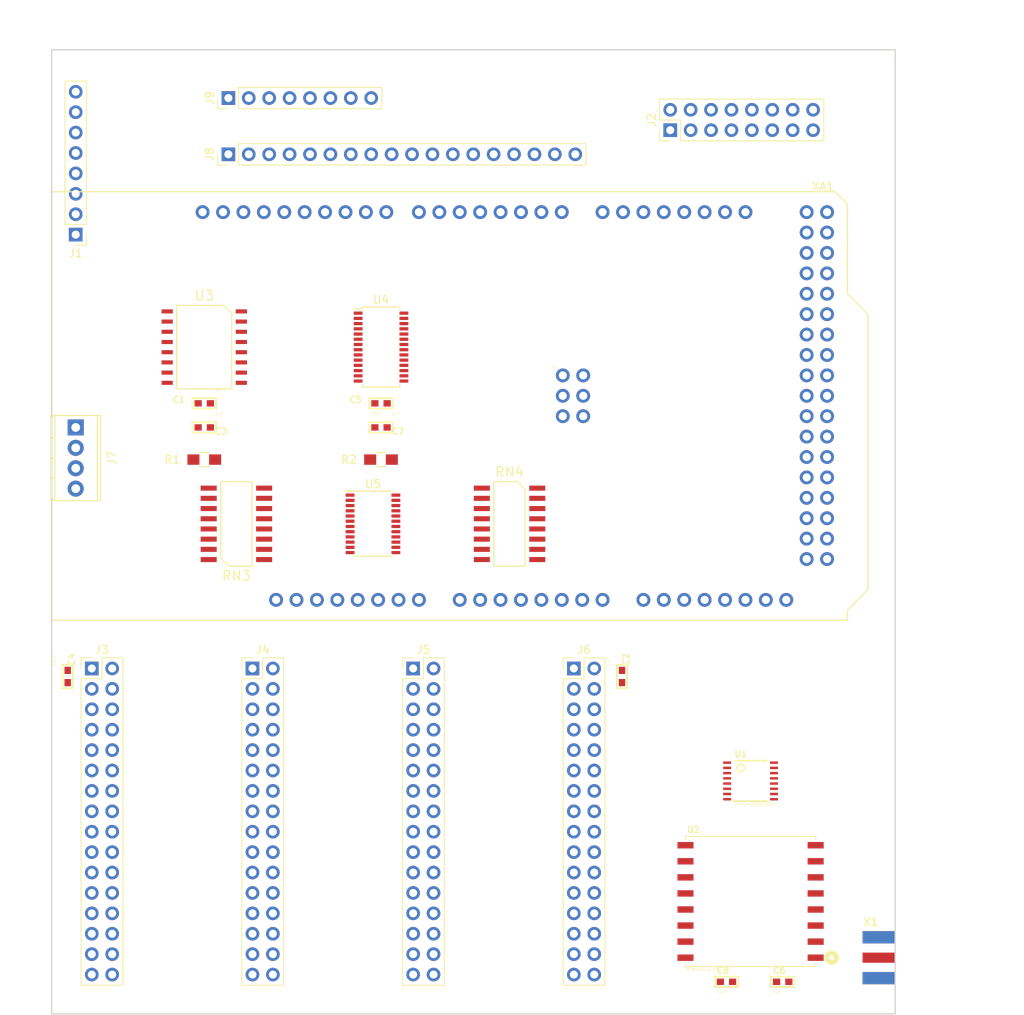
<source format=kicad_pcb>
(kicad_pcb (version 4) (host pcbnew 4.0.7)

  (general
    (links 0)
    (no_connects 300)
    (area 94.924999 28.924999 200.075001 149.075001)
    (thickness 1.6)
    (drawings 10)
    (tracks 0)
    (zones 0)
    (modules 28)
    (nets 100)
  )

  (page A4)
  (layers
    (0 F.Cu signal)
    (31 B.Cu signal)
    (32 B.Adhes user)
    (33 F.Adhes user)
    (34 B.Paste user)
    (35 F.Paste user)
    (36 B.SilkS user)
    (37 F.SilkS user)
    (38 B.Mask user)
    (39 F.Mask user)
    (40 Dwgs.User user)
    (41 Cmts.User user)
    (42 Eco1.User user)
    (43 Eco2.User user)
    (44 Edge.Cuts user)
    (45 Margin user)
    (46 B.CrtYd user)
    (47 F.CrtYd user)
    (48 B.Fab user)
    (49 F.Fab user)
  )

  (setup
    (last_trace_width 0.25)
    (trace_clearance 0.2)
    (zone_clearance 0.508)
    (zone_45_only no)
    (trace_min 0.2)
    (segment_width 0.2)
    (edge_width 0.15)
    (via_size 0.6)
    (via_drill 0.4)
    (via_min_size 0.4)
    (via_min_drill 0.3)
    (uvia_size 0.3)
    (uvia_drill 0.1)
    (uvias_allowed no)
    (uvia_min_size 0.2)
    (uvia_min_drill 0.1)
    (pcb_text_width 0.3)
    (pcb_text_size 1.5 1.5)
    (mod_edge_width 0.15)
    (mod_text_size 1 1)
    (mod_text_width 0.15)
    (pad_size 1.524 1.524)
    (pad_drill 0.762)
    (pad_to_mask_clearance 0.2)
    (aux_axis_origin 0 0)
    (visible_elements FFFFF77F)
    (pcbplotparams
      (layerselection 0x00030_80000001)
      (usegerberextensions false)
      (excludeedgelayer true)
      (linewidth 0.100000)
      (plotframeref false)
      (viasonmask false)
      (mode 1)
      (useauxorigin false)
      (hpglpennumber 1)
      (hpglpenspeed 20)
      (hpglpendiameter 15)
      (hpglpenoverlay 2)
      (psnegative false)
      (psa4output false)
      (plotreference true)
      (plotvalue true)
      (plotinvisibletext false)
      (padsonsilk false)
      (subtractmaskfromsilk false)
      (outputformat 1)
      (mirror false)
      (drillshape 1)
      (scaleselection 1)
      (outputdirectory ""))
  )

  (net 0 "")
  (net 1 +5V)
  (net 2 GND)
  (net 3 /Vref)
  (net 4 +3V3)
  (net 5 /SCL)
  (net 6 /SDA)
  (net 7 /RFM_MOSI_3v3)
  (net 8 /DSDA)
  (net 9 /RFM_SCK_3v3)
  (net 10 /DSCL)
  (net 11 /RFM_~RST~_3v3)
  (net 12 /RFM_~RST~_5v)
  (net 13 /RFM_~CS~_5v)
  (net 14 /RFM_~CS~_3v3)
  (net 15 "Net-(U2-Pad1P)")
  (net 16 /RFM_MISO)
  (net 17 /RFM_~INT~)
  (net 18 /~RESET~)
  (net 19 /FSDAa0)
  (net 20 /FSCLa0)
  (net 21 /FSDAb0)
  (net 22 /FSCLb0)
  (net 23 /FSDAa1)
  (net 24 /FSCLa1)
  (net 25 /FSDAb1)
  (net 26 /FSCLb1)
  (net 27 /FSDAa2)
  (net 28 /FSCLa2)
  (net 29 /FSDAb2)
  (net 30 /FSCLb2)
  (net 31 /FSDAa3)
  (net 32 /FSCLa3)
  (net 33 /FSDAb3)
  (net 34 /FSCLb3)
  (net 35 "Net-(J1-Pad1)")
  (net 36 /LCD_LITE)
  (net 37 /LCD_~RST~)
  (net 38 /LCD_~CS~)
  (net 39 /LCD_D~C~)
  (net 40 /LCD_Y+)
  (net 41 /LCD_X+)
  (net 42 /LCD_Y-)
  (net 43 /LCD_X-)
  (net 44 +9V)
  (net 45 /MCTLA)
  (net 46 /MCTLB)
  (net 47 /F~INT~a0)
  (net 48 /BSEL0)
  (net 49 /FADER0)
  (net 50 /MA0)
  (net 51 /F~INT~b0)
  (net 52 /MA1)
  (net 53 /MA2)
  (net 54 /FA0)
  (net 55 /FA1)
  (net 56 /FA2)
  (net 57 /DA0)
  (net 58 /DA1)
  (net 59 /DA2)
  (net 60 /DD~C~)
  (net 61 /D~CS~)
  (net 62 /D~RST~)
  (net 63 /F~INT~a1)
  (net 64 /BSEL1)
  (net 65 /FADER1)
  (net 66 /F~INT~b1)
  (net 67 /F~INT~a2)
  (net 68 /BSEL2)
  (net 69 /FADER2)
  (net 70 /F~INT~b2)
  (net 71 /F~INT~a3)
  (net 72 /BSEL3)
  (net 73 /FADER3)
  (net 74 /F~INT~b3)
  (net 75 /KEY_LED0)
  (net 76 /KEY_LED1)
  (net 77 /KEY_LED2)
  (net 78 /KEY_LED3)
  (net 79 /KEY_LED4)
  (net 80 /KEY_LED5)
  (net 81 /KEY_LED6)
  (net 82 /KEY_LED7)
  (net 83 /KEY_LED8)
  (net 84 /KEY_LED9)
  (net 85 /KEY_LED10)
  (net 86 /KEY_LED11)
  (net 87 /KEY_LED12)
  (net 88 /KEY_LED13)
  (net 89 /KEY_LED14)
  (net 90 /KEY_LED15)
  (net 91 /KEY_COL0)
  (net 92 /KEY_COL1)
  (net 93 /KEY_COL2)
  (net 94 /KEY_COL3)
  (net 95 /KEY_ROW0)
  (net 96 /KEY_ROW1)
  (net 97 /KEY_ROW2)
  (net 98 /KEY_ROW3)
  (net 99 /KBD_~INT~)

  (net_class Default "This is the default net class."
    (clearance 0.2)
    (trace_width 0.25)
    (via_dia 0.6)
    (via_drill 0.4)
    (uvia_dia 0.3)
    (uvia_drill 0.1)
    (add_net +3V3)
    (add_net +5V)
    (add_net +9V)
    (add_net /BSEL0)
    (add_net /BSEL1)
    (add_net /BSEL2)
    (add_net /BSEL3)
    (add_net /DA0)
    (add_net /DA1)
    (add_net /DA2)
    (add_net /DD~C~)
    (add_net /DSCL)
    (add_net /DSDA)
    (add_net /D~CS~)
    (add_net /D~RST~)
    (add_net /FA0)
    (add_net /FA1)
    (add_net /FA2)
    (add_net /FADER0)
    (add_net /FADER1)
    (add_net /FADER2)
    (add_net /FADER3)
    (add_net /FSCLa0)
    (add_net /FSCLa1)
    (add_net /FSCLa2)
    (add_net /FSCLa3)
    (add_net /FSCLb0)
    (add_net /FSCLb1)
    (add_net /FSCLb2)
    (add_net /FSCLb3)
    (add_net /FSDAa0)
    (add_net /FSDAa1)
    (add_net /FSDAa2)
    (add_net /FSDAa3)
    (add_net /FSDAb0)
    (add_net /FSDAb1)
    (add_net /FSDAb2)
    (add_net /FSDAb3)
    (add_net /F~INT~a0)
    (add_net /F~INT~a1)
    (add_net /F~INT~a2)
    (add_net /F~INT~a3)
    (add_net /F~INT~b0)
    (add_net /F~INT~b1)
    (add_net /F~INT~b2)
    (add_net /F~INT~b3)
    (add_net /KBD_~INT~)
    (add_net /KEY_COL0)
    (add_net /KEY_COL1)
    (add_net /KEY_COL2)
    (add_net /KEY_COL3)
    (add_net /KEY_LED0)
    (add_net /KEY_LED1)
    (add_net /KEY_LED10)
    (add_net /KEY_LED11)
    (add_net /KEY_LED12)
    (add_net /KEY_LED13)
    (add_net /KEY_LED14)
    (add_net /KEY_LED15)
    (add_net /KEY_LED2)
    (add_net /KEY_LED3)
    (add_net /KEY_LED4)
    (add_net /KEY_LED5)
    (add_net /KEY_LED6)
    (add_net /KEY_LED7)
    (add_net /KEY_LED8)
    (add_net /KEY_LED9)
    (add_net /KEY_ROW0)
    (add_net /KEY_ROW1)
    (add_net /KEY_ROW2)
    (add_net /KEY_ROW3)
    (add_net /LCD_D~C~)
    (add_net /LCD_LITE)
    (add_net /LCD_X+)
    (add_net /LCD_X-)
    (add_net /LCD_Y+)
    (add_net /LCD_Y-)
    (add_net /LCD_~CS~)
    (add_net /LCD_~RST~)
    (add_net /MA0)
    (add_net /MA1)
    (add_net /MA2)
    (add_net /MCTLA)
    (add_net /MCTLB)
    (add_net /RFM_MISO)
    (add_net /RFM_MOSI_3v3)
    (add_net /RFM_SCK_3v3)
    (add_net /RFM_~CS~_3v3)
    (add_net /RFM_~CS~_5v)
    (add_net /RFM_~INT~)
    (add_net /RFM_~RST~_3v3)
    (add_net /RFM_~RST~_5v)
    (add_net /SCL)
    (add_net /SDA)
    (add_net /Vref)
    (add_net /~RESET~)
    (add_net GND)
    (add_net "Net-(J1-Pad1)")
    (add_net "Net-(U2-Pad1P)")
  )

  (module _0603 (layer F.Cu) (tedit 5B2625A0) (tstamp 5B260E93)
    (at 114 73 180)
    (descr <b>0603</b>)
    (path /5B250AB4)
    (fp_text reference C1 (at 4 0 180) (layer F.SilkS)
      (effects (font (size 0.77216 0.77216) (thickness 0.146304)) (justify left bottom))
    )
    (fp_text value 10nF (at -1.27 1.4923 180) (layer F.SilkS)
      (effects (font (size 0.38608 0.38608) (thickness 0.04064)) (justify left bottom))
    )
    (fp_line (start -0.432 0.306) (end 0.432 0.306) (layer Dwgs.User) (width 0.1016))
    (fp_line (start 0.432 -0.306) (end -0.432 -0.306) (layer Dwgs.User) (width 0.1016))
    (fp_line (start -1.4605 -0.635) (end 1.4605 -0.635) (layer F.SilkS) (width 0.2032))
    (fp_line (start 1.4605 -0.635) (end 1.4605 0.635) (layer F.SilkS) (width 0.2032))
    (fp_line (start 1.4605 0.635) (end -1.4605 0.635) (layer F.SilkS) (width 0.2032))
    (fp_line (start -1.4605 0.635) (end -1.4605 -0.635) (layer F.SilkS) (width 0.2032))
    (fp_poly (pts (xy 0.4318 0.4) (xy 0.8382 0.4) (xy 0.8382 -0.4) (xy 0.4318 -0.4)) (layer Dwgs.User) (width 0))
    (fp_poly (pts (xy -0.8382 0.4) (xy -0.4318 0.4) (xy -0.4318 -0.4) (xy -0.8382 -0.4)) (layer Dwgs.User) (width 0))
    (fp_poly (pts (xy -0.1999 0.4001) (xy 0.1999 0.4001) (xy 0.1999 -0.4001) (xy -0.1999 -0.4001)) (layer F.Adhes) (width 0))
    (pad 1 smd rect (at -0.762063 0.000063 180) (size 0.9 0.8) (layers F.Cu F.Paste F.Mask)
      (net 1 +5V))
    (pad 2 smd rect (at 0.761938 0.000063 180) (size 0.9 0.8) (layers F.Cu F.Paste F.Mask)
      (net 2 GND))
  )

  (module _0603 (layer F.Cu) (tedit 0) (tstamp 5B260E99)
    (at 166 107 270)
    (descr <b>0603</b>)
    (path /5B25EF6A)
    (fp_text reference C2 (at -1.27 -0.9525 270) (layer F.SilkS)
      (effects (font (size 0.77216 0.77216) (thickness 0.146304)) (justify left bottom))
    )
    (fp_text value 1uF (at -1.27 1.4923 270) (layer F.SilkS)
      (effects (font (size 0.38608 0.38608) (thickness 0.04064)) (justify left bottom))
    )
    (fp_line (start -0.432 0.306) (end 0.432 0.306) (layer Dwgs.User) (width 0.1016))
    (fp_line (start 0.432 -0.306) (end -0.432 -0.306) (layer Dwgs.User) (width 0.1016))
    (fp_line (start -1.4605 -0.635) (end 1.4605 -0.635) (layer F.SilkS) (width 0.2032))
    (fp_line (start 1.4605 -0.635) (end 1.4605 0.635) (layer F.SilkS) (width 0.2032))
    (fp_line (start 1.4605 0.635) (end -1.4605 0.635) (layer F.SilkS) (width 0.2032))
    (fp_line (start -1.4605 0.635) (end -1.4605 -0.635) (layer F.SilkS) (width 0.2032))
    (fp_poly (pts (xy 0.4318 0.4) (xy 0.8382 0.4) (xy 0.8382 -0.4) (xy 0.4318 -0.4)) (layer Dwgs.User) (width 0))
    (fp_poly (pts (xy -0.8382 0.4) (xy -0.4318 0.4) (xy -0.4318 -0.4) (xy -0.8382 -0.4)) (layer Dwgs.User) (width 0))
    (fp_poly (pts (xy -0.1999 0.4001) (xy 0.1999 0.4001) (xy 0.1999 -0.4001) (xy -0.1999 -0.4001)) (layer F.Adhes) (width 0))
    (pad 1 smd rect (at -0.762063 0.000063 270) (size 0.9 0.8) (layers F.Cu F.Paste F.Mask)
      (net 2 GND))
    (pad 2 smd rect (at 0.761938 0.000063 270) (size 0.9 0.8) (layers F.Cu F.Paste F.Mask)
      (net 3 /Vref))
  )

  (module _0603 (layer F.Cu) (tedit 0) (tstamp 5B260E9F)
    (at 114 76 180)
    (descr <b>0603</b>)
    (path /5B25F1F4)
    (fp_text reference C3 (at -1.27 -0.9525 180) (layer F.SilkS)
      (effects (font (size 0.77216 0.77216) (thickness 0.146304)) (justify left bottom))
    )
    (fp_text value 1uF (at -1.27 1.4923 180) (layer F.SilkS)
      (effects (font (size 0.38608 0.38608) (thickness 0.04064)) (justify left bottom))
    )
    (fp_line (start -0.432 0.306) (end 0.432 0.306) (layer Dwgs.User) (width 0.1016))
    (fp_line (start 0.432 -0.306) (end -0.432 -0.306) (layer Dwgs.User) (width 0.1016))
    (fp_line (start -1.4605 -0.635) (end 1.4605 -0.635) (layer F.SilkS) (width 0.2032))
    (fp_line (start 1.4605 -0.635) (end 1.4605 0.635) (layer F.SilkS) (width 0.2032))
    (fp_line (start 1.4605 0.635) (end -1.4605 0.635) (layer F.SilkS) (width 0.2032))
    (fp_line (start -1.4605 0.635) (end -1.4605 -0.635) (layer F.SilkS) (width 0.2032))
    (fp_poly (pts (xy 0.4318 0.4) (xy 0.8382 0.4) (xy 0.8382 -0.4) (xy 0.4318 -0.4)) (layer Dwgs.User) (width 0))
    (fp_poly (pts (xy -0.8382 0.4) (xy -0.4318 0.4) (xy -0.4318 -0.4) (xy -0.8382 -0.4)) (layer Dwgs.User) (width 0))
    (fp_poly (pts (xy -0.1999 0.4001) (xy 0.1999 0.4001) (xy 0.1999 -0.4001) (xy -0.1999 -0.4001)) (layer F.Adhes) (width 0))
    (pad 1 smd rect (at -0.762063 0.000063 180) (size 0.9 0.8) (layers F.Cu F.Paste F.Mask)
      (net 1 +5V))
    (pad 2 smd rect (at 0.761938 0.000063 180) (size 0.9 0.8) (layers F.Cu F.Paste F.Mask)
      (net 2 GND))
  )

  (module _0603 (layer F.Cu) (tedit 0) (tstamp 5B260EA5)
    (at 97 107 270)
    (descr <b>0603</b>)
    (path /5B25F1FA)
    (fp_text reference C4 (at -1.27 -0.9525 270) (layer F.SilkS)
      (effects (font (size 0.77216 0.77216) (thickness 0.146304)) (justify left bottom))
    )
    (fp_text value 10nF (at -1.27 1.4923 270) (layer F.SilkS)
      (effects (font (size 0.38608 0.38608) (thickness 0.04064)) (justify left bottom))
    )
    (fp_line (start -0.432 0.306) (end 0.432 0.306) (layer Dwgs.User) (width 0.1016))
    (fp_line (start 0.432 -0.306) (end -0.432 -0.306) (layer Dwgs.User) (width 0.1016))
    (fp_line (start -1.4605 -0.635) (end 1.4605 -0.635) (layer F.SilkS) (width 0.2032))
    (fp_line (start 1.4605 -0.635) (end 1.4605 0.635) (layer F.SilkS) (width 0.2032))
    (fp_line (start 1.4605 0.635) (end -1.4605 0.635) (layer F.SilkS) (width 0.2032))
    (fp_line (start -1.4605 0.635) (end -1.4605 -0.635) (layer F.SilkS) (width 0.2032))
    (fp_poly (pts (xy 0.4318 0.4) (xy 0.8382 0.4) (xy 0.8382 -0.4) (xy 0.4318 -0.4)) (layer Dwgs.User) (width 0))
    (fp_poly (pts (xy -0.8382 0.4) (xy -0.4318 0.4) (xy -0.4318 -0.4) (xy -0.8382 -0.4)) (layer Dwgs.User) (width 0))
    (fp_poly (pts (xy -0.1999 0.4001) (xy 0.1999 0.4001) (xy 0.1999 -0.4001) (xy -0.1999 -0.4001)) (layer F.Adhes) (width 0))
    (pad 1 smd rect (at -0.762063 0.000063 270) (size 0.9 0.8) (layers F.Cu F.Paste F.Mask)
      (net 2 GND))
    (pad 2 smd rect (at 0.761938 0.000063 270) (size 0.9 0.8) (layers F.Cu F.Paste F.Mask)
      (net 3 /Vref))
  )

  (module _0603 (layer F.Cu) (tedit 5B26259B) (tstamp 5B260EAB)
    (at 136 73)
    (descr <b>0603</b>)
    (path /5B25F244)
    (fp_text reference C5 (at -4 0) (layer F.SilkS)
      (effects (font (size 0.77216 0.77216) (thickness 0.146304)) (justify left bottom))
    )
    (fp_text value 10nF (at -1.27 1.4923) (layer F.SilkS)
      (effects (font (size 0.38608 0.38608) (thickness 0.04064)) (justify left bottom))
    )
    (fp_line (start -0.432 0.306) (end 0.432 0.306) (layer Dwgs.User) (width 0.1016))
    (fp_line (start 0.432 -0.306) (end -0.432 -0.306) (layer Dwgs.User) (width 0.1016))
    (fp_line (start -1.4605 -0.635) (end 1.4605 -0.635) (layer F.SilkS) (width 0.2032))
    (fp_line (start 1.4605 -0.635) (end 1.4605 0.635) (layer F.SilkS) (width 0.2032))
    (fp_line (start 1.4605 0.635) (end -1.4605 0.635) (layer F.SilkS) (width 0.2032))
    (fp_line (start -1.4605 0.635) (end -1.4605 -0.635) (layer F.SilkS) (width 0.2032))
    (fp_poly (pts (xy 0.4318 0.4) (xy 0.8382 0.4) (xy 0.8382 -0.4) (xy 0.4318 -0.4)) (layer Dwgs.User) (width 0))
    (fp_poly (pts (xy -0.8382 0.4) (xy -0.4318 0.4) (xy -0.4318 -0.4) (xy -0.8382 -0.4)) (layer Dwgs.User) (width 0))
    (fp_poly (pts (xy -0.1999 0.4001) (xy 0.1999 0.4001) (xy 0.1999 -0.4001) (xy -0.1999 -0.4001)) (layer F.Adhes) (width 0))
    (pad 1 smd rect (at -0.762063 0.000063) (size 0.9 0.8) (layers F.Cu F.Paste F.Mask)
      (net 1 +5V))
    (pad 2 smd rect (at 0.761938 0.000063) (size 0.9 0.8) (layers F.Cu F.Paste F.Mask)
      (net 2 GND))
  )

  (module _0603 (layer F.Cu) (tedit 0) (tstamp 5B260EB1)
    (at 186 145)
    (descr <b>0603</b>)
    (path /5B25F24A)
    (fp_text reference C6 (at -1.27 -0.9525) (layer F.SilkS)
      (effects (font (size 0.77216 0.77216) (thickness 0.146304)) (justify left bottom))
    )
    (fp_text value 1uF (at -1.27 1.4923) (layer F.SilkS)
      (effects (font (size 0.38608 0.38608) (thickness 0.04064)) (justify left bottom))
    )
    (fp_line (start -0.432 0.306) (end 0.432 0.306) (layer Dwgs.User) (width 0.1016))
    (fp_line (start 0.432 -0.306) (end -0.432 -0.306) (layer Dwgs.User) (width 0.1016))
    (fp_line (start -1.4605 -0.635) (end 1.4605 -0.635) (layer F.SilkS) (width 0.2032))
    (fp_line (start 1.4605 -0.635) (end 1.4605 0.635) (layer F.SilkS) (width 0.2032))
    (fp_line (start 1.4605 0.635) (end -1.4605 0.635) (layer F.SilkS) (width 0.2032))
    (fp_line (start -1.4605 0.635) (end -1.4605 -0.635) (layer F.SilkS) (width 0.2032))
    (fp_poly (pts (xy 0.4318 0.4) (xy 0.8382 0.4) (xy 0.8382 -0.4) (xy 0.4318 -0.4)) (layer Dwgs.User) (width 0))
    (fp_poly (pts (xy -0.8382 0.4) (xy -0.4318 0.4) (xy -0.4318 -0.4) (xy -0.8382 -0.4)) (layer Dwgs.User) (width 0))
    (fp_poly (pts (xy -0.1999 0.4001) (xy 0.1999 0.4001) (xy 0.1999 -0.4001) (xy -0.1999 -0.4001)) (layer F.Adhes) (width 0))
    (pad 1 smd rect (at -0.762063 0.000063) (size 0.9 0.8) (layers F.Cu F.Paste F.Mask)
      (net 2 GND))
    (pad 2 smd rect (at 0.761938 0.000063) (size 0.9 0.8) (layers F.Cu F.Paste F.Mask)
      (net 4 +3V3))
  )

  (module _0603 (layer F.Cu) (tedit 0) (tstamp 5B260EB7)
    (at 136 76 180)
    (descr <b>0603</b>)
    (path /5B25F250)
    (fp_text reference C7 (at -1.27 -0.9525 180) (layer F.SilkS)
      (effects (font (size 0.77216 0.77216) (thickness 0.146304)) (justify left bottom))
    )
    (fp_text value 1uF (at -1.27 1.4923 180) (layer F.SilkS)
      (effects (font (size 0.38608 0.38608) (thickness 0.04064)) (justify left bottom))
    )
    (fp_line (start -0.432 0.306) (end 0.432 0.306) (layer Dwgs.User) (width 0.1016))
    (fp_line (start 0.432 -0.306) (end -0.432 -0.306) (layer Dwgs.User) (width 0.1016))
    (fp_line (start -1.4605 -0.635) (end 1.4605 -0.635) (layer F.SilkS) (width 0.2032))
    (fp_line (start 1.4605 -0.635) (end 1.4605 0.635) (layer F.SilkS) (width 0.2032))
    (fp_line (start 1.4605 0.635) (end -1.4605 0.635) (layer F.SilkS) (width 0.2032))
    (fp_line (start -1.4605 0.635) (end -1.4605 -0.635) (layer F.SilkS) (width 0.2032))
    (fp_poly (pts (xy 0.4318 0.4) (xy 0.8382 0.4) (xy 0.8382 -0.4) (xy 0.4318 -0.4)) (layer Dwgs.User) (width 0))
    (fp_poly (pts (xy -0.8382 0.4) (xy -0.4318 0.4) (xy -0.4318 -0.4) (xy -0.8382 -0.4)) (layer Dwgs.User) (width 0))
    (fp_poly (pts (xy -0.1999 0.4001) (xy 0.1999 0.4001) (xy 0.1999 -0.4001) (xy -0.1999 -0.4001)) (layer F.Adhes) (width 0))
    (pad 1 smd rect (at -0.762063 0.000063 180) (size 0.9 0.8) (layers F.Cu F.Paste F.Mask)
      (net 1 +5V))
    (pad 2 smd rect (at 0.761938 0.000063 180) (size 0.9 0.8) (layers F.Cu F.Paste F.Mask)
      (net 2 GND))
  )

  (module _0603 (layer F.Cu) (tedit 0) (tstamp 5B260EBD)
    (at 179 145)
    (descr <b>0603</b>)
    (path /5B25F256)
    (fp_text reference C8 (at -1.27 -0.9525) (layer F.SilkS)
      (effects (font (size 0.77216 0.77216) (thickness 0.146304)) (justify left bottom))
    )
    (fp_text value 10nF (at -1.27 1.4923) (layer F.SilkS)
      (effects (font (size 0.38608 0.38608) (thickness 0.04064)) (justify left bottom))
    )
    (fp_line (start -0.432 0.306) (end 0.432 0.306) (layer Dwgs.User) (width 0.1016))
    (fp_line (start 0.432 -0.306) (end -0.432 -0.306) (layer Dwgs.User) (width 0.1016))
    (fp_line (start -1.4605 -0.635) (end 1.4605 -0.635) (layer F.SilkS) (width 0.2032))
    (fp_line (start 1.4605 -0.635) (end 1.4605 0.635) (layer F.SilkS) (width 0.2032))
    (fp_line (start 1.4605 0.635) (end -1.4605 0.635) (layer F.SilkS) (width 0.2032))
    (fp_line (start -1.4605 0.635) (end -1.4605 -0.635) (layer F.SilkS) (width 0.2032))
    (fp_poly (pts (xy 0.4318 0.4) (xy 0.8382 0.4) (xy 0.8382 -0.4) (xy 0.4318 -0.4)) (layer Dwgs.User) (width 0))
    (fp_poly (pts (xy -0.8382 0.4) (xy -0.4318 0.4) (xy -0.4318 -0.4) (xy -0.8382 -0.4)) (layer Dwgs.User) (width 0))
    (fp_poly (pts (xy -0.1999 0.4001) (xy 0.1999 0.4001) (xy 0.1999 -0.4001) (xy -0.1999 -0.4001)) (layer F.Adhes) (width 0))
    (pad 1 smd rect (at -0.762063 0.000063) (size 0.9 0.8) (layers F.Cu F.Paste F.Mask)
      (net 2 GND))
    (pad 2 smd rect (at 0.761938 0.000063) (size 0.9 0.8) (layers F.Cu F.Paste F.Mask)
      (net 4 +3V3))
  )

  (module TSSOP16 (layer F.Cu) (tedit 0) (tstamp 5B260EDD)
    (at 182 120 270)
    (descr "<b>Thin Shrink Small Outline Plastic 16</b><p>")
    (path /5B250A7D)
    (fp_text reference U1 (at -2.8956 2.0828 360) (layer F.SilkS)
      (effects (font (size 0.77216 0.77216) (thickness 0.146304)) (justify left bottom))
    )
    (fp_text value 74HC4050DTSSOP (at 3.1242 2.0828 360) (layer F.SilkS)
      (effects (font (size 0.38608 0.38608) (thickness 0.04064)) (justify left bottom))
    )
    (fp_circle (center -1.6256 1.2192) (end -1.1684 1.2192) (layer F.SilkS) (width 0.2032))
    (fp_line (start -2.5146 2.2828) (end 2.5146 2.2828) (layer Dwgs.User) (width 0.2032))
    (fp_line (start 2.5146 -2.1558) (end 2.5146 2.1558) (layer F.SilkS) (width 0.2032))
    (fp_line (start 2.5146 -2.2828) (end -2.5146 -2.2828) (layer Dwgs.User) (width 0.2032))
    (fp_line (start -2.5146 2.0288) (end -2.5146 -2.1558) (layer F.SilkS) (width 0.2032))
    (fp_poly (pts (xy -2.3766 3.121) (xy -2.1734 3.121) (xy -2.1734 2.2828) (xy -2.3766 2.2828)) (layer Dwgs.User) (width 0))
    (fp_poly (pts (xy -1.7266 3.121) (xy -1.5234 3.121) (xy -1.5234 2.2828) (xy -1.7266 2.2828)) (layer Dwgs.User) (width 0))
    (fp_poly (pts (xy -1.0766 3.121) (xy -0.8734 3.121) (xy -0.8734 2.2828) (xy -1.0766 2.2828)) (layer Dwgs.User) (width 0))
    (fp_poly (pts (xy -0.4266 3.121) (xy -0.2234 3.121) (xy -0.2234 2.2828) (xy -0.4266 2.2828)) (layer Dwgs.User) (width 0))
    (fp_poly (pts (xy 0.2234 3.121) (xy 0.4266 3.121) (xy 0.4266 2.2828) (xy 0.2234 2.2828)) (layer Dwgs.User) (width 0))
    (fp_poly (pts (xy 0.8734 3.121) (xy 1.0766 3.121) (xy 1.0766 2.2828) (xy 0.8734 2.2828)) (layer Dwgs.User) (width 0))
    (fp_poly (pts (xy 1.5234 3.121) (xy 1.7266 3.121) (xy 1.7266 2.2828) (xy 1.5234 2.2828)) (layer Dwgs.User) (width 0))
    (fp_poly (pts (xy 2.1734 3.121) (xy 2.3766 3.121) (xy 2.3766 2.2828) (xy 2.1734 2.2828)) (layer Dwgs.User) (width 0))
    (fp_poly (pts (xy 2.1734 -2.2828) (xy 2.3766 -2.2828) (xy 2.3766 -3.121) (xy 2.1734 -3.121)) (layer Dwgs.User) (width 0))
    (fp_poly (pts (xy 1.5234 -2.2828) (xy 1.7266 -2.2828) (xy 1.7266 -3.121) (xy 1.5234 -3.121)) (layer Dwgs.User) (width 0))
    (fp_poly (pts (xy 0.8734 -2.2828) (xy 1.0766 -2.2828) (xy 1.0766 -3.121) (xy 0.8734 -3.121)) (layer Dwgs.User) (width 0))
    (fp_poly (pts (xy 0.2234 -2.2828) (xy 0.4266 -2.2828) (xy 0.4266 -3.121) (xy 0.2234 -3.121)) (layer Dwgs.User) (width 0))
    (fp_poly (pts (xy -0.4266 -2.2828) (xy -0.2234 -2.2828) (xy -0.2234 -3.121) (xy -0.4266 -3.121)) (layer Dwgs.User) (width 0))
    (fp_poly (pts (xy -1.0766 -2.2828) (xy -0.8734 -2.2828) (xy -0.8734 -3.121) (xy -1.0766 -3.121)) (layer Dwgs.User) (width 0))
    (fp_poly (pts (xy -1.7266 -2.2828) (xy -1.5234 -2.2828) (xy -1.5234 -3.121) (xy -1.7266 -3.121)) (layer Dwgs.User) (width 0))
    (fp_poly (pts (xy -2.3766 -2.2828) (xy -2.1734 -2.2828) (xy -2.1734 -3.121) (xy -2.3766 -3.121)) (layer Dwgs.User) (width 0))
    (pad 1 smd rect (at -2.275063 2.917863 270) (size 0.3048 0.9906) (layers F.Cu F.Paste F.Mask)
      (net 1 +5V))
    (pad 2 smd rect (at -1.625063 2.917863 270) (size 0.3048 0.9906) (layers F.Cu F.Paste F.Mask)
      (net 7 /RFM_MOSI_3v3))
    (pad 3 smd rect (at -0.975063 2.917863 270) (size 0.3048 0.9906) (layers F.Cu F.Paste F.Mask)
      (net 8 /DSDA))
    (pad 4 smd rect (at -0.325063 2.917863 270) (size 0.3048 0.9906) (layers F.Cu F.Paste F.Mask)
      (net 9 /RFM_SCK_3v3))
    (pad 5 smd rect (at 0.324938 2.917863 270) (size 0.3048 0.9906) (layers F.Cu F.Paste F.Mask)
      (net 10 /DSCL))
    (pad 6 smd rect (at 0.974938 2.917863 270) (size 0.3048 0.9906) (layers F.Cu F.Paste F.Mask)
      (net 11 /RFM_~RST~_3v3))
    (pad 7 smd rect (at 1.624938 2.917863 270) (size 0.3048 0.9906) (layers F.Cu F.Paste F.Mask)
      (net 12 /RFM_~RST~_5v))
    (pad 8 smd rect (at 2.274938 2.917863 270) (size 0.3048 0.9906) (layers F.Cu F.Paste F.Mask)
      (net 2 GND))
    (pad 9 smd rect (at 2.274938 -2.917738 270) (size 0.3048 0.9906) (layers F.Cu F.Paste F.Mask)
      (net 13 /RFM_~CS~_5v))
    (pad 10 smd rect (at 1.624938 -2.917738 270) (size 0.3048 0.9906) (layers F.Cu F.Paste F.Mask)
      (net 14 /RFM_~CS~_3v3))
    (pad 11 smd rect (at 0.974938 -2.917738 270) (size 0.3048 0.9906) (layers F.Cu F.Paste F.Mask)
      (net 2 GND))
    (pad 12 smd rect (at 0.324938 -2.917738 270) (size 0.3048 0.9906) (layers F.Cu F.Paste F.Mask))
    (pad 13 smd rect (at -0.325063 -2.917738 270) (size 0.3048 0.9906) (layers F.Cu F.Paste F.Mask))
    (pad 14 smd rect (at -0.975063 -2.917738 270) (size 0.3048 0.9906) (layers F.Cu F.Paste F.Mask)
      (net 2 GND))
    (pad 15 smd rect (at -1.625063 -2.917738 270) (size 0.3048 0.9906) (layers F.Cu F.Paste F.Mask))
    (pad 16 smd rect (at -2.275063 -2.917738 270) (size 0.3048 0.9906) (layers F.Cu F.Paste F.Mask))
  )

  (module RFMHCW_SMT (layer F.Cu) (tedit 0) (tstamp 5B260EF1)
    (at 182 135)
    (path /5B250559)
    (fp_text reference U2 (at -8 -8.5) (layer F.SilkS)
      (effects (font (size 0.77216 0.77216) (thickness 0.146304)) (justify left bottom))
    )
    (fp_text value RFM69HCW_SMT (at -8.1 8.7) (layer F.SilkS)
      (effects (font (size 0.38608 0.38608) (thickness 0.04064)) (justify left bottom))
    )
    (fp_circle (center 10.1 7) (end 10.4 7) (layer F.SilkS) (width 0.6096))
    (fp_line (start -8 -8) (end 8 -8) (layer Dwgs.User) (width 0.127))
    (fp_line (start 8 -8) (end 8 8) (layer Dwgs.User) (width 0.127))
    (fp_line (start 8 8) (end -8 8) (layer Dwgs.User) (width 0.127))
    (fp_line (start -8 8) (end -8 -8) (layer Dwgs.User) (width 0.127))
    (fp_line (start -8.1 -7.7) (end -8.1 -8.1) (layer F.SilkS) (width 0.127))
    (fp_line (start -8.1 -8.1) (end 8.1 -8.1) (layer F.SilkS) (width 0.127))
    (fp_line (start 8.1 -8.1) (end 8.1 -7.7) (layer F.SilkS) (width 0.127))
    (fp_line (start -8.1 7.7) (end -8.1 8.1) (layer F.SilkS) (width 0.127))
    (fp_line (start -8.1 8.1) (end 8.1 8.1) (layer F.SilkS) (width 0.127))
    (fp_line (start 8.1 8.1) (end 8.1 7.7) (layer F.SilkS) (width 0.127))
    (pad 1P smd rect (at 8.099937 7.000063 180) (size 2 0.8) (layers F.Cu F.Paste F.Mask)
      (net 15 "Net-(U2-Pad1P)"))
    (pad 2P smd rect (at 8.099937 5.000063 180) (size 2 0.8) (layers F.Cu F.Paste F.Mask)
      (net 2 GND))
    (pad 3P smd rect (at 8.099937 3.000063 180) (size 2 0.8) (layers F.Cu F.Paste F.Mask))
    (pad 4P smd rect (at 8.099937 1.000063 180) (size 2 0.8) (layers F.Cu F.Paste F.Mask))
    (pad 5P smd rect (at 8.099937 -0.999938 180) (size 2 0.8) (layers F.Cu F.Paste F.Mask)
      (net 4 +3V3))
    (pad 6P smd rect (at 8.099937 -2.999938 180) (size 2 0.8) (layers F.Cu F.Paste F.Mask))
    (pad 7P smd rect (at 8.099937 -4.999938 180) (size 2 0.8) (layers F.Cu F.Paste F.Mask))
    (pad 8P smd rect (at 8.099937 -6.999938 180) (size 2 0.8) (layers F.Cu F.Paste F.Mask))
    (pad 9P smd rect (at -8.100063 -6.999938) (size 2 0.8) (layers F.Cu F.Paste F.Mask)
      (net 2 GND))
    (pad 10P smd rect (at -8.100063 -4.999938) (size 2 0.8) (layers F.Cu F.Paste F.Mask)
      (net 16 /RFM_MISO))
    (pad 11P smd rect (at -8.100063 -2.999938) (size 2 0.8) (layers F.Cu F.Paste F.Mask)
      (net 7 /RFM_MOSI_3v3))
    (pad 12P smd rect (at -8.100063 -0.999938) (size 2 0.8) (layers F.Cu F.Paste F.Mask)
      (net 9 /RFM_SCK_3v3))
    (pad 13P smd rect (at -8.100063 1.000063) (size 2 0.8) (layers F.Cu F.Paste F.Mask)
      (net 14 /RFM_~CS~_3v3))
    (pad 14P smd rect (at -8.100063 3.000063) (size 2 0.8) (layers F.Cu F.Paste F.Mask)
      (net 11 /RFM_~RST~_3v3))
    (pad 15P smd rect (at -8.100063 5.000063) (size 2 0.8) (layers F.Cu F.Paste F.Mask)
      (net 17 /RFM_~INT~))
    (pad 16P smd rect (at -8.100063 7.000063) (size 2 0.8) (layers F.Cu F.Paste F.Mask)
      (net 2 GND))
  )

  (module Housings_SSOP:TSSOP-24_4.4x7.8mm_Pitch0.65mm (layer F.Cu) (tedit 57B061D2) (tstamp 5B260F0D)
    (at 135 88)
    (descr "TSSOP24: plastic thin shrink small outline package; 24 leads; body width 4.4 mm; (see NXP SSOP-TSSOP-VSO-REFLOW.pdf and sot355-1_po.pdf)")
    (tags "SSOP 0.65")
    (path /5B24BDED)
    (attr smd)
    (fp_text reference U5 (at 0 -4.95) (layer F.SilkS)
      (effects (font (size 1 1) (thickness 0.15)))
    )
    (fp_text value TCA9548A_TSSOP (at 0 4.95) (layer F.Fab)
      (effects (font (size 1 1) (thickness 0.15)))
    )
    (fp_line (start -1.2 -3.9) (end 2.2 -3.9) (layer F.Fab) (width 0.15))
    (fp_line (start 2.2 -3.9) (end 2.2 3.9) (layer F.Fab) (width 0.15))
    (fp_line (start 2.2 3.9) (end -2.2 3.9) (layer F.Fab) (width 0.15))
    (fp_line (start -2.2 3.9) (end -2.2 -2.9) (layer F.Fab) (width 0.15))
    (fp_line (start -2.2 -2.9) (end -1.2 -3.9) (layer F.Fab) (width 0.15))
    (fp_line (start -3.65 -4.2) (end -3.65 4.2) (layer F.CrtYd) (width 0.05))
    (fp_line (start 3.65 -4.2) (end 3.65 4.2) (layer F.CrtYd) (width 0.05))
    (fp_line (start -3.65 -4.2) (end 3.65 -4.2) (layer F.CrtYd) (width 0.05))
    (fp_line (start -3.65 4.2) (end 3.65 4.2) (layer F.CrtYd) (width 0.05))
    (fp_line (start 2.325 -4.025) (end 2.325 -4) (layer F.SilkS) (width 0.15))
    (fp_line (start 2.325 4.025) (end 2.325 4) (layer F.SilkS) (width 0.15))
    (fp_line (start -2.325 4.025) (end -2.325 4) (layer F.SilkS) (width 0.15))
    (fp_line (start -3.4 -4.075) (end 2.325 -4.075) (layer F.SilkS) (width 0.15))
    (fp_line (start -2.325 4.025) (end 2.325 4.025) (layer F.SilkS) (width 0.15))
    (pad 1 smd rect (at -2.85 -3.575) (size 1.1 0.4) (layers F.Cu F.Paste F.Mask)
      (net 2 GND))
    (pad 2 smd rect (at -2.85 -2.925) (size 1.1 0.4) (layers F.Cu F.Paste F.Mask)
      (net 2 GND))
    (pad 3 smd rect (at -2.85 -2.275) (size 1.1 0.4) (layers F.Cu F.Paste F.Mask)
      (net 18 /~RESET~))
    (pad 4 smd rect (at -2.85 -1.625) (size 1.1 0.4) (layers F.Cu F.Paste F.Mask)
      (net 19 /FSDAa0))
    (pad 5 smd rect (at -2.85 -0.975) (size 1.1 0.4) (layers F.Cu F.Paste F.Mask)
      (net 20 /FSCLa0))
    (pad 6 smd rect (at -2.85 -0.325) (size 1.1 0.4) (layers F.Cu F.Paste F.Mask)
      (net 21 /FSDAb0))
    (pad 7 smd rect (at -2.85 0.325) (size 1.1 0.4) (layers F.Cu F.Paste F.Mask)
      (net 22 /FSCLb0))
    (pad 8 smd rect (at -2.85 0.975) (size 1.1 0.4) (layers F.Cu F.Paste F.Mask)
      (net 23 /FSDAa1))
    (pad 9 smd rect (at -2.85 1.625) (size 1.1 0.4) (layers F.Cu F.Paste F.Mask)
      (net 24 /FSCLa1))
    (pad 10 smd rect (at -2.85 2.275) (size 1.1 0.4) (layers F.Cu F.Paste F.Mask)
      (net 25 /FSDAb1))
    (pad 11 smd rect (at -2.85 2.925) (size 1.1 0.4) (layers F.Cu F.Paste F.Mask)
      (net 26 /FSCLb1))
    (pad 12 smd rect (at -2.85 3.575) (size 1.1 0.4) (layers F.Cu F.Paste F.Mask)
      (net 2 GND))
    (pad 13 smd rect (at 2.85 3.575) (size 1.1 0.4) (layers F.Cu F.Paste F.Mask)
      (net 27 /FSDAa2))
    (pad 14 smd rect (at 2.85 2.925) (size 1.1 0.4) (layers F.Cu F.Paste F.Mask)
      (net 28 /FSCLa2))
    (pad 15 smd rect (at 2.85 2.275) (size 1.1 0.4) (layers F.Cu F.Paste F.Mask)
      (net 29 /FSDAb2))
    (pad 16 smd rect (at 2.85 1.625) (size 1.1 0.4) (layers F.Cu F.Paste F.Mask)
      (net 30 /FSCLb2))
    (pad 17 smd rect (at 2.85 0.975) (size 1.1 0.4) (layers F.Cu F.Paste F.Mask)
      (net 31 /FSDAa3))
    (pad 18 smd rect (at 2.85 0.325) (size 1.1 0.4) (layers F.Cu F.Paste F.Mask)
      (net 32 /FSCLa3))
    (pad 19 smd rect (at 2.85 -0.325) (size 1.1 0.4) (layers F.Cu F.Paste F.Mask)
      (net 33 /FSDAb3))
    (pad 20 smd rect (at 2.85 -0.975) (size 1.1 0.4) (layers F.Cu F.Paste F.Mask)
      (net 34 /FSCLb3))
    (pad 21 smd rect (at 2.85 -1.625) (size 1.1 0.4) (layers F.Cu F.Paste F.Mask)
      (net 2 GND))
    (pad 22 smd rect (at 2.85 -2.275) (size 1.1 0.4) (layers F.Cu F.Paste F.Mask)
      (net 5 /SCL))
    (pad 23 smd rect (at 2.85 -2.925) (size 1.1 0.4) (layers F.Cu F.Paste F.Mask)
      (net 6 /SDA))
    (pad 24 smd rect (at 2.85 -3.575) (size 1.1 0.4) (layers F.Cu F.Paste F.Mask)
      (net 1 +5V))
    (model Housings_SSOP.3dshapes/TSSOP-24_4.4x7.8mm_Pitch0.65mm.wrl
      (at (xyz 0 0 0))
      (scale (xyz 1 1 1))
      (rotate (xyz 0 0 0))
    )
  )

  (module SMA_EDGELAUNCH (layer F.Cu) (tedit 5B261573) (tstamp 5B260F16)
    (at 200 142 180)
    (path /5B250A2E)
    (fp_text reference X1 (at 2 5 180) (layer F.SilkS)
      (effects (font (size 0.9652 0.9652) (thickness 0.18288)) (justify right top))
    )
    (fp_text value SMACONNECTOR_EDGE (at 5.08 7.62 180) (layer F.SilkS) hide
      (effects (font (size 0.77216 0.77216) (thickness 0.08128)) (justify right top))
    )
    (fp_line (start -9.2075 -2.54) (end -8.255 -2.54) (layer Dwgs.User) (width 0.2032))
    (fp_line (start -8.255 -2.54) (end -8.255 -3.175) (layer Dwgs.User) (width 0.2032))
    (fp_line (start -8.255 -3.175) (end -7.62 -3.175) (layer Dwgs.User) (width 0.2032))
    (fp_line (start -7.62 -3.175) (end -6.985 -3.175) (layer Dwgs.User) (width 0.2032))
    (fp_line (start -6.985 -3.175) (end -6.35 -3.175) (layer Dwgs.User) (width 0.2032))
    (fp_line (start -6.35 -3.175) (end -5.715 -3.175) (layer Dwgs.User) (width 0.2032))
    (fp_line (start -5.715 -3.175) (end -5.08 -3.175) (layer Dwgs.User) (width 0.2032))
    (fp_line (start -5.08 -3.175) (end -4.445 -3.175) (layer Dwgs.User) (width 0.2032))
    (fp_line (start -4.445 -3.175) (end -3.4925 -3.175) (layer Dwgs.User) (width 0.2032))
    (fp_line (start -3.4925 -3.175) (end -3.4925 -2.54) (layer Dwgs.User) (width 0.2032))
    (fp_line (start -3.4925 -2.54) (end -1.5875 -2.54) (layer Dwgs.User) (width 0.2032))
    (fp_line (start -1.5875 -2.54) (end -1.5875 2.54) (layer Dwgs.User) (width 0.2032))
    (fp_line (start -1.5875 2.54) (end -3.4925 2.54) (layer Dwgs.User) (width 0.2032))
    (fp_line (start -3.4925 2.54) (end -3.4925 3.175) (layer Dwgs.User) (width 0.2032))
    (fp_line (start -3.4925 3.175) (end -3.81 3.175) (layer Dwgs.User) (width 0.2032))
    (fp_line (start -3.81 3.175) (end -4.445 3.175) (layer Dwgs.User) (width 0.2032))
    (fp_line (start -4.445 3.175) (end -5.08 3.175) (layer Dwgs.User) (width 0.2032))
    (fp_line (start -5.08 3.175) (end -5.715 3.175) (layer Dwgs.User) (width 0.2032))
    (fp_line (start -5.715 3.175) (end -6.35 3.175) (layer Dwgs.User) (width 0.2032))
    (fp_line (start -6.35 3.175) (end -6.985 3.175) (layer Dwgs.User) (width 0.2032))
    (fp_line (start -6.985 3.175) (end -7.62 3.175) (layer Dwgs.User) (width 0.2032))
    (fp_line (start -7.62 3.175) (end -8.255 3.175) (layer Dwgs.User) (width 0.2032))
    (fp_line (start -8.255 3.175) (end -8.255 2.54) (layer Dwgs.User) (width 0.2032))
    (fp_line (start -8.255 2.54) (end -9.2075 2.54) (layer Dwgs.User) (width 0.2032))
    (fp_line (start -9.2075 2.54) (end -9.2075 -2.54) (layer Dwgs.User) (width 0.2032))
    (fp_line (start -8.255 -2.54) (end -8.255 2.54) (layer Dwgs.User) (width 0.2032))
    (fp_line (start -8.255 -3.175) (end -7.62 3.175) (layer Dwgs.User) (width 0.2032))
    (fp_line (start -7.62 -3.175) (end -6.985 3.175) (layer Dwgs.User) (width 0.2032))
    (fp_line (start -6.985 -3.175) (end -6.35 3.175) (layer Dwgs.User) (width 0.2032))
    (fp_line (start -6.35 -3.175) (end -5.715 3.175) (layer Dwgs.User) (width 0.2032))
    (fp_line (start -5.715 -3.175) (end -5.08 3.175) (layer Dwgs.User) (width 0.2032))
    (fp_line (start -5.08 -3.175) (end -4.445 3.175) (layer Dwgs.User) (width 0.2032))
    (fp_line (start -4.445 -3.175) (end -3.81 3.175) (layer Dwgs.User) (width 0.2032))
    (fp_poly (pts (xy 0 0.3175) (xy 3.175 0.3175) (xy 3.175 -0.3175) (xy 0 -0.3175)) (layer Dwgs.User) (width 0))
    (fp_text user >LABEL (at 5.08 6.35 180) (layer F.SilkS) hide
      (effects (font (size 0.9652 0.9652) (thickness 0.18288)) (justify right top))
    )
    (fp_poly (pts (xy -1.524 -3.048) (xy 3.81 -3.048) (xy 3.81 -2.032) (xy 0 -2.032)
      (xy 0 2.032) (xy 3.81 2.032) (xy 3.81 3.048) (xy -1.524 3.048)) (layer Dwgs.User) (width 0))
    (fp_poly (pts (xy -1.524 -5.08) (xy 0 -5.08) (xy 0 5.08) (xy -1.524 5.08)) (layer Dwgs.User) (width 0))
    (pad GND@ smd rect (at 2.031938 2.540063 270) (size 1.524 4.064) (layers F.Cu F.Paste F.Mask)
      (net 2 GND))
    (pad GND@ smd rect (at 2.031938 -2.539938 270) (size 1.524 4.064) (layers F.Cu F.Paste F.Mask)
      (net 2 GND))
    (pad GND@ smd rect (at 2.031938 -2.539938 270) (size 1.524 4.064) (layers B.Cu B.Paste B.Mask)
      (net 2 GND))
    (pad GND@ smd rect (at 2.031938 2.540063 270) (size 1.524 4.064) (layers B.Cu B.Paste B.Mask)
      (net 2 GND))
    (pad P smd rect (at 2.031938 0.000063 270) (size 1.27 4.064) (layers F.Cu F.Paste F.Mask)
      (net 15 "Net-(U2-Pad1P)"))
  )

  (module Pin_Headers:Pin_Header_Straight_1x08_Pitch2.54mm (layer F.Cu) (tedit 5B2615B3) (tstamp 5B261283)
    (at 98 52 180)
    (descr "Through hole straight pin header, 1x08, 2.54mm pitch, single row")
    (tags "Through hole pin header THT 1x08 2.54mm single row")
    (path /5B25E44A)
    (fp_text reference J1 (at 0 -2.33 180) (layer F.SilkS)
      (effects (font (size 1 1) (thickness 0.15)))
    )
    (fp_text value CONN_POWER (at -3 14 270) (layer F.Fab)
      (effects (font (size 1 1) (thickness 0.15)))
    )
    (fp_line (start -0.635 -1.27) (end 1.27 -1.27) (layer F.Fab) (width 0.1))
    (fp_line (start 1.27 -1.27) (end 1.27 19.05) (layer F.Fab) (width 0.1))
    (fp_line (start 1.27 19.05) (end -1.27 19.05) (layer F.Fab) (width 0.1))
    (fp_line (start -1.27 19.05) (end -1.27 -0.635) (layer F.Fab) (width 0.1))
    (fp_line (start -1.27 -0.635) (end -0.635 -1.27) (layer F.Fab) (width 0.1))
    (fp_line (start -1.33 19.11) (end 1.33 19.11) (layer F.SilkS) (width 0.12))
    (fp_line (start -1.33 1.27) (end -1.33 19.11) (layer F.SilkS) (width 0.12))
    (fp_line (start 1.33 1.27) (end 1.33 19.11) (layer F.SilkS) (width 0.12))
    (fp_line (start -1.33 1.27) (end 1.33 1.27) (layer F.SilkS) (width 0.12))
    (fp_line (start -1.33 0) (end -1.33 -1.33) (layer F.SilkS) (width 0.12))
    (fp_line (start -1.33 -1.33) (end 0 -1.33) (layer F.SilkS) (width 0.12))
    (fp_line (start -1.8 -1.8) (end -1.8 19.55) (layer F.CrtYd) (width 0.05))
    (fp_line (start -1.8 19.55) (end 1.8 19.55) (layer F.CrtYd) (width 0.05))
    (fp_line (start 1.8 19.55) (end 1.8 -1.8) (layer F.CrtYd) (width 0.05))
    (fp_line (start 1.8 -1.8) (end -1.8 -1.8) (layer F.CrtYd) (width 0.05))
    (fp_text user %R (at 0 8.89 270) (layer F.Fab)
      (effects (font (size 1 1) (thickness 0.15)))
    )
    (pad 1 thru_hole rect (at 0 0 180) (size 1.7 1.7) (drill 1) (layers *.Cu *.Mask)
      (net 35 "Net-(J1-Pad1)"))
    (pad 2 thru_hole oval (at 0 2.54 180) (size 1.7 1.7) (drill 1) (layers *.Cu *.Mask)
      (net 2 GND))
    (pad 3 thru_hole oval (at 0 5.08 180) (size 1.7 1.7) (drill 1) (layers *.Cu *.Mask)
      (net 1 +5V))
    (pad 4 thru_hole oval (at 0 7.62 180) (size 1.7 1.7) (drill 1) (layers *.Cu *.Mask)
      (net 2 GND))
    (pad 5 thru_hole oval (at 0 10.16 180) (size 1.7 1.7) (drill 1) (layers *.Cu *.Mask)
      (net 4 +3V3))
    (pad 6 thru_hole oval (at 0 12.7 180) (size 1.7 1.7) (drill 1) (layers *.Cu *.Mask)
      (net 2 GND))
    (pad 7 thru_hole oval (at 0 15.24 180) (size 1.7 1.7) (drill 1) (layers *.Cu *.Mask)
      (net 3 /Vref))
    (pad 8 thru_hole oval (at 0 17.78 180) (size 1.7 1.7) (drill 1) (layers *.Cu *.Mask)
      (net 2 GND))
    (model ${KISYS3DMOD}/Pin_Headers.3dshapes/Pin_Header_Straight_1x08_Pitch2.54mm.wrl
      (at (xyz 0 0 0))
      (scale (xyz 1 1 1))
      (rotate (xyz 0 0 0))
    )
  )

  (module Pin_Headers:Pin_Header_Straight_2x08_Pitch2.54mm (layer F.Cu) (tedit 5B2615D2) (tstamp 5B261297)
    (at 172 39 90)
    (descr "Through hole straight pin header, 2x08, 2.54mm pitch, double rows")
    (tags "Through hole pin header THT 2x08 2.54mm double row")
    (path /5B261611)
    (fp_text reference J2 (at 1.27 -2.33 90) (layer F.SilkS)
      (effects (font (size 1 1) (thickness 0.15)))
    )
    (fp_text value CONN_LCD (at 6 2 180) (layer F.Fab)
      (effects (font (size 1 1) (thickness 0.15)))
    )
    (fp_line (start 0 -1.27) (end 3.81 -1.27) (layer F.Fab) (width 0.1))
    (fp_line (start 3.81 -1.27) (end 3.81 19.05) (layer F.Fab) (width 0.1))
    (fp_line (start 3.81 19.05) (end -1.27 19.05) (layer F.Fab) (width 0.1))
    (fp_line (start -1.27 19.05) (end -1.27 0) (layer F.Fab) (width 0.1))
    (fp_line (start -1.27 0) (end 0 -1.27) (layer F.Fab) (width 0.1))
    (fp_line (start -1.33 19.11) (end 3.87 19.11) (layer F.SilkS) (width 0.12))
    (fp_line (start -1.33 1.27) (end -1.33 19.11) (layer F.SilkS) (width 0.12))
    (fp_line (start 3.87 -1.33) (end 3.87 19.11) (layer F.SilkS) (width 0.12))
    (fp_line (start -1.33 1.27) (end 1.27 1.27) (layer F.SilkS) (width 0.12))
    (fp_line (start 1.27 1.27) (end 1.27 -1.33) (layer F.SilkS) (width 0.12))
    (fp_line (start 1.27 -1.33) (end 3.87 -1.33) (layer F.SilkS) (width 0.12))
    (fp_line (start -1.33 0) (end -1.33 -1.33) (layer F.SilkS) (width 0.12))
    (fp_line (start -1.33 -1.33) (end 0 -1.33) (layer F.SilkS) (width 0.12))
    (fp_line (start -1.8 -1.8) (end -1.8 19.55) (layer F.CrtYd) (width 0.05))
    (fp_line (start -1.8 19.55) (end 4.35 19.55) (layer F.CrtYd) (width 0.05))
    (fp_line (start 4.35 19.55) (end 4.35 -1.8) (layer F.CrtYd) (width 0.05))
    (fp_line (start 4.35 -1.8) (end -1.8 -1.8) (layer F.CrtYd) (width 0.05))
    (fp_text user %R (at 1.27 8.89 180) (layer F.Fab)
      (effects (font (size 1 1) (thickness 0.15)))
    )
    (pad 1 thru_hole rect (at 0 0 90) (size 1.7 1.7) (drill 1) (layers *.Cu *.Mask)
      (net 1 +5V))
    (pad 2 thru_hole oval (at 2.54 0 90) (size 1.7 1.7) (drill 1) (layers *.Cu *.Mask)
      (net 2 GND))
    (pad 3 thru_hole oval (at 0 2.54 90) (size 1.7 1.7) (drill 1) (layers *.Cu *.Mask)
      (net 10 /DSCL))
    (pad 4 thru_hole oval (at 2.54 2.54 90) (size 1.7 1.7) (drill 1) (layers *.Cu *.Mask)
      (net 36 /LCD_LITE))
    (pad 5 thru_hole oval (at 0 5.08 90) (size 1.7 1.7) (drill 1) (layers *.Cu *.Mask)
      (net 8 /DSDA))
    (pad 6 thru_hole oval (at 2.54 5.08 90) (size 1.7 1.7) (drill 1) (layers *.Cu *.Mask)
      (net 37 /LCD_~RST~))
    (pad 7 thru_hole oval (at 0 7.62 90) (size 1.7 1.7) (drill 1) (layers *.Cu *.Mask)
      (net 38 /LCD_~CS~))
    (pad 8 thru_hole oval (at 2.54 7.62 90) (size 1.7 1.7) (drill 1) (layers *.Cu *.Mask)
      (net 39 /LCD_D~C~))
    (pad 9 thru_hole oval (at 0 10.16 90) (size 1.7 1.7) (drill 1) (layers *.Cu *.Mask)
      (net 2 GND))
    (pad 10 thru_hole oval (at 2.54 10.16 90) (size 1.7 1.7) (drill 1) (layers *.Cu *.Mask)
      (net 40 /LCD_Y+))
    (pad 11 thru_hole oval (at 0 12.7 90) (size 1.7 1.7) (drill 1) (layers *.Cu *.Mask)
      (net 2 GND))
    (pad 12 thru_hole oval (at 2.54 12.7 90) (size 1.7 1.7) (drill 1) (layers *.Cu *.Mask)
      (net 41 /LCD_X+))
    (pad 13 thru_hole oval (at 0 15.24 90) (size 1.7 1.7) (drill 1) (layers *.Cu *.Mask)
      (net 2 GND))
    (pad 14 thru_hole oval (at 2.54 15.24 90) (size 1.7 1.7) (drill 1) (layers *.Cu *.Mask)
      (net 42 /LCD_Y-))
    (pad 15 thru_hole oval (at 0 17.78 90) (size 1.7 1.7) (drill 1) (layers *.Cu *.Mask)
      (net 2 GND))
    (pad 16 thru_hole oval (at 2.54 17.78 90) (size 1.7 1.7) (drill 1) (layers *.Cu *.Mask)
      (net 43 /LCD_X-))
    (model ${KISYS3DMOD}/Pin_Headers.3dshapes/Pin_Header_Straight_2x08_Pitch2.54mm.wrl
      (at (xyz 0 0 0))
      (scale (xyz 1 1 1))
      (rotate (xyz 0 0 0))
    )
  )

  (module Pin_Headers:Pin_Header_Straight_2x16_Pitch2.54mm (layer F.Cu) (tedit 59650533) (tstamp 5B2612BB)
    (at 100 106)
    (descr "Through hole straight pin header, 2x16, 2.54mm pitch, double rows")
    (tags "Through hole pin header THT 2x16 2.54mm double row")
    (path /5B2516A8)
    (fp_text reference J3 (at 1.27 -2.33) (layer F.SilkS)
      (effects (font (size 1 1) (thickness 0.15)))
    )
    (fp_text value CONN_BOARD0 (at 1.27 40.43) (layer F.Fab)
      (effects (font (size 1 1) (thickness 0.15)))
    )
    (fp_line (start 0 -1.27) (end 3.81 -1.27) (layer F.Fab) (width 0.1))
    (fp_line (start 3.81 -1.27) (end 3.81 39.37) (layer F.Fab) (width 0.1))
    (fp_line (start 3.81 39.37) (end -1.27 39.37) (layer F.Fab) (width 0.1))
    (fp_line (start -1.27 39.37) (end -1.27 0) (layer F.Fab) (width 0.1))
    (fp_line (start -1.27 0) (end 0 -1.27) (layer F.Fab) (width 0.1))
    (fp_line (start -1.33 39.43) (end 3.87 39.43) (layer F.SilkS) (width 0.12))
    (fp_line (start -1.33 1.27) (end -1.33 39.43) (layer F.SilkS) (width 0.12))
    (fp_line (start 3.87 -1.33) (end 3.87 39.43) (layer F.SilkS) (width 0.12))
    (fp_line (start -1.33 1.27) (end 1.27 1.27) (layer F.SilkS) (width 0.12))
    (fp_line (start 1.27 1.27) (end 1.27 -1.33) (layer F.SilkS) (width 0.12))
    (fp_line (start 1.27 -1.33) (end 3.87 -1.33) (layer F.SilkS) (width 0.12))
    (fp_line (start -1.33 0) (end -1.33 -1.33) (layer F.SilkS) (width 0.12))
    (fp_line (start -1.33 -1.33) (end 0 -1.33) (layer F.SilkS) (width 0.12))
    (fp_line (start -1.8 -1.8) (end -1.8 39.9) (layer F.CrtYd) (width 0.05))
    (fp_line (start -1.8 39.9) (end 4.35 39.9) (layer F.CrtYd) (width 0.05))
    (fp_line (start 4.35 39.9) (end 4.35 -1.8) (layer F.CrtYd) (width 0.05))
    (fp_line (start 4.35 -1.8) (end -1.8 -1.8) (layer F.CrtYd) (width 0.05))
    (fp_text user %R (at 1.27 19.05 90) (layer F.Fab)
      (effects (font (size 1 1) (thickness 0.15)))
    )
    (pad 1 thru_hole rect (at 0 0) (size 1.7 1.7) (drill 1) (layers *.Cu *.Mask)
      (net 2 GND))
    (pad 2 thru_hole oval (at 2.54 0) (size 1.7 1.7) (drill 1) (layers *.Cu *.Mask)
      (net 1 +5V))
    (pad 3 thru_hole oval (at 0 2.54) (size 1.7 1.7) (drill 1) (layers *.Cu *.Mask)
      (net 3 /Vref))
    (pad 4 thru_hole oval (at 2.54 2.54) (size 1.7 1.7) (drill 1) (layers *.Cu *.Mask)
      (net 44 +9V))
    (pad 5 thru_hole oval (at 0 5.08) (size 1.7 1.7) (drill 1) (layers *.Cu *.Mask)
      (net 2 GND))
    (pad 6 thru_hole oval (at 2.54 5.08) (size 1.7 1.7) (drill 1) (layers *.Cu *.Mask)
      (net 44 +9V))
    (pad 7 thru_hole oval (at 0 7.62) (size 1.7 1.7) (drill 1) (layers *.Cu *.Mask)
      (net 19 /FSDAa0))
    (pad 8 thru_hole oval (at 2.54 7.62) (size 1.7 1.7) (drill 1) (layers *.Cu *.Mask)
      (net 45 /MCTLA))
    (pad 9 thru_hole oval (at 0 10.16) (size 1.7 1.7) (drill 1) (layers *.Cu *.Mask)
      (net 20 /FSCLa0))
    (pad 10 thru_hole oval (at 2.54 10.16) (size 1.7 1.7) (drill 1) (layers *.Cu *.Mask)
      (net 46 /MCTLB))
    (pad 11 thru_hole oval (at 0 12.7) (size 1.7 1.7) (drill 1) (layers *.Cu *.Mask)
      (net 47 /F~INT~a0))
    (pad 12 thru_hole oval (at 2.54 12.7) (size 1.7 1.7) (drill 1) (layers *.Cu *.Mask)
      (net 48 /BSEL0))
    (pad 13 thru_hole oval (at 0 15.24) (size 1.7 1.7) (drill 1) (layers *.Cu *.Mask)
      (net 21 /FSDAb0))
    (pad 14 thru_hole oval (at 2.54 15.24) (size 1.7 1.7) (drill 1) (layers *.Cu *.Mask)
      (net 49 /FADER0))
    (pad 15 thru_hole oval (at 0 17.78) (size 1.7 1.7) (drill 1) (layers *.Cu *.Mask)
      (net 22 /FSCLb0))
    (pad 16 thru_hole oval (at 2.54 17.78) (size 1.7 1.7) (drill 1) (layers *.Cu *.Mask)
      (net 50 /MA0))
    (pad 17 thru_hole oval (at 0 20.32) (size 1.7 1.7) (drill 1) (layers *.Cu *.Mask)
      (net 51 /F~INT~b0))
    (pad 18 thru_hole oval (at 2.54 20.32) (size 1.7 1.7) (drill 1) (layers *.Cu *.Mask)
      (net 52 /MA1))
    (pad 19 thru_hole oval (at 0 22.86) (size 1.7 1.7) (drill 1) (layers *.Cu *.Mask)
      (net 53 /MA2))
    (pad 20 thru_hole oval (at 2.54 22.86) (size 1.7 1.7) (drill 1) (layers *.Cu *.Mask)
      (net 54 /FA0))
    (pad 21 thru_hole oval (at 0 25.4) (size 1.7 1.7) (drill 1) (layers *.Cu *.Mask)
      (net 55 /FA1))
    (pad 22 thru_hole oval (at 2.54 25.4) (size 1.7 1.7) (drill 1) (layers *.Cu *.Mask)
      (net 56 /FA2))
    (pad 23 thru_hole oval (at 0 27.94) (size 1.7 1.7) (drill 1) (layers *.Cu *.Mask)
      (net 2 GND))
    (pad 24 thru_hole oval (at 2.54 27.94) (size 1.7 1.7) (drill 1) (layers *.Cu *.Mask)
      (net 57 /DA0))
    (pad 25 thru_hole oval (at 0 30.48) (size 1.7 1.7) (drill 1) (layers *.Cu *.Mask)
      (net 58 /DA1))
    (pad 26 thru_hole oval (at 2.54 30.48) (size 1.7 1.7) (drill 1) (layers *.Cu *.Mask)
      (net 59 /DA2))
    (pad 27 thru_hole oval (at 0 33.02) (size 1.7 1.7) (drill 1) (layers *.Cu *.Mask)
      (net 2 GND))
    (pad 28 thru_hole oval (at 2.54 33.02) (size 1.7 1.7) (drill 1) (layers *.Cu *.Mask)
      (net 8 /DSDA))
    (pad 29 thru_hole oval (at 0 35.56) (size 1.7 1.7) (drill 1) (layers *.Cu *.Mask)
      (net 60 /DD~C~))
    (pad 30 thru_hole oval (at 2.54 35.56) (size 1.7 1.7) (drill 1) (layers *.Cu *.Mask)
      (net 10 /DSCL))
    (pad 31 thru_hole oval (at 0 38.1) (size 1.7 1.7) (drill 1) (layers *.Cu *.Mask)
      (net 61 /D~CS~))
    (pad 32 thru_hole oval (at 2.54 38.1) (size 1.7 1.7) (drill 1) (layers *.Cu *.Mask)
      (net 62 /D~RST~))
    (model ${KISYS3DMOD}/Pin_Headers.3dshapes/Pin_Header_Straight_2x16_Pitch2.54mm.wrl
      (at (xyz 0 0 0))
      (scale (xyz 1 1 1))
      (rotate (xyz 0 0 0))
    )
  )

  (module Pin_Headers:Pin_Header_Straight_2x16_Pitch2.54mm (layer F.Cu) (tedit 59650533) (tstamp 5B2612DF)
    (at 120 106)
    (descr "Through hole straight pin header, 2x16, 2.54mm pitch, double rows")
    (tags "Through hole pin header THT 2x16 2.54mm double row")
    (path /5B253636)
    (fp_text reference J4 (at 1.27 -2.33) (layer F.SilkS)
      (effects (font (size 1 1) (thickness 0.15)))
    )
    (fp_text value CONN_BOARD1 (at 1.27 40.43) (layer F.Fab)
      (effects (font (size 1 1) (thickness 0.15)))
    )
    (fp_line (start 0 -1.27) (end 3.81 -1.27) (layer F.Fab) (width 0.1))
    (fp_line (start 3.81 -1.27) (end 3.81 39.37) (layer F.Fab) (width 0.1))
    (fp_line (start 3.81 39.37) (end -1.27 39.37) (layer F.Fab) (width 0.1))
    (fp_line (start -1.27 39.37) (end -1.27 0) (layer F.Fab) (width 0.1))
    (fp_line (start -1.27 0) (end 0 -1.27) (layer F.Fab) (width 0.1))
    (fp_line (start -1.33 39.43) (end 3.87 39.43) (layer F.SilkS) (width 0.12))
    (fp_line (start -1.33 1.27) (end -1.33 39.43) (layer F.SilkS) (width 0.12))
    (fp_line (start 3.87 -1.33) (end 3.87 39.43) (layer F.SilkS) (width 0.12))
    (fp_line (start -1.33 1.27) (end 1.27 1.27) (layer F.SilkS) (width 0.12))
    (fp_line (start 1.27 1.27) (end 1.27 -1.33) (layer F.SilkS) (width 0.12))
    (fp_line (start 1.27 -1.33) (end 3.87 -1.33) (layer F.SilkS) (width 0.12))
    (fp_line (start -1.33 0) (end -1.33 -1.33) (layer F.SilkS) (width 0.12))
    (fp_line (start -1.33 -1.33) (end 0 -1.33) (layer F.SilkS) (width 0.12))
    (fp_line (start -1.8 -1.8) (end -1.8 39.9) (layer F.CrtYd) (width 0.05))
    (fp_line (start -1.8 39.9) (end 4.35 39.9) (layer F.CrtYd) (width 0.05))
    (fp_line (start 4.35 39.9) (end 4.35 -1.8) (layer F.CrtYd) (width 0.05))
    (fp_line (start 4.35 -1.8) (end -1.8 -1.8) (layer F.CrtYd) (width 0.05))
    (fp_text user %R (at 1.27 19.05 90) (layer F.Fab)
      (effects (font (size 1 1) (thickness 0.15)))
    )
    (pad 1 thru_hole rect (at 0 0) (size 1.7 1.7) (drill 1) (layers *.Cu *.Mask)
      (net 2 GND))
    (pad 2 thru_hole oval (at 2.54 0) (size 1.7 1.7) (drill 1) (layers *.Cu *.Mask)
      (net 1 +5V))
    (pad 3 thru_hole oval (at 0 2.54) (size 1.7 1.7) (drill 1) (layers *.Cu *.Mask)
      (net 3 /Vref))
    (pad 4 thru_hole oval (at 2.54 2.54) (size 1.7 1.7) (drill 1) (layers *.Cu *.Mask)
      (net 44 +9V))
    (pad 5 thru_hole oval (at 0 5.08) (size 1.7 1.7) (drill 1) (layers *.Cu *.Mask)
      (net 2 GND))
    (pad 6 thru_hole oval (at 2.54 5.08) (size 1.7 1.7) (drill 1) (layers *.Cu *.Mask)
      (net 44 +9V))
    (pad 7 thru_hole oval (at 0 7.62) (size 1.7 1.7) (drill 1) (layers *.Cu *.Mask)
      (net 23 /FSDAa1))
    (pad 8 thru_hole oval (at 2.54 7.62) (size 1.7 1.7) (drill 1) (layers *.Cu *.Mask)
      (net 45 /MCTLA))
    (pad 9 thru_hole oval (at 0 10.16) (size 1.7 1.7) (drill 1) (layers *.Cu *.Mask)
      (net 24 /FSCLa1))
    (pad 10 thru_hole oval (at 2.54 10.16) (size 1.7 1.7) (drill 1) (layers *.Cu *.Mask)
      (net 46 /MCTLB))
    (pad 11 thru_hole oval (at 0 12.7) (size 1.7 1.7) (drill 1) (layers *.Cu *.Mask)
      (net 63 /F~INT~a1))
    (pad 12 thru_hole oval (at 2.54 12.7) (size 1.7 1.7) (drill 1) (layers *.Cu *.Mask)
      (net 64 /BSEL1))
    (pad 13 thru_hole oval (at 0 15.24) (size 1.7 1.7) (drill 1) (layers *.Cu *.Mask)
      (net 25 /FSDAb1))
    (pad 14 thru_hole oval (at 2.54 15.24) (size 1.7 1.7) (drill 1) (layers *.Cu *.Mask)
      (net 65 /FADER1))
    (pad 15 thru_hole oval (at 0 17.78) (size 1.7 1.7) (drill 1) (layers *.Cu *.Mask)
      (net 26 /FSCLb1))
    (pad 16 thru_hole oval (at 2.54 17.78) (size 1.7 1.7) (drill 1) (layers *.Cu *.Mask)
      (net 50 /MA0))
    (pad 17 thru_hole oval (at 0 20.32) (size 1.7 1.7) (drill 1) (layers *.Cu *.Mask)
      (net 66 /F~INT~b1))
    (pad 18 thru_hole oval (at 2.54 20.32) (size 1.7 1.7) (drill 1) (layers *.Cu *.Mask)
      (net 52 /MA1))
    (pad 19 thru_hole oval (at 0 22.86) (size 1.7 1.7) (drill 1) (layers *.Cu *.Mask)
      (net 53 /MA2))
    (pad 20 thru_hole oval (at 2.54 22.86) (size 1.7 1.7) (drill 1) (layers *.Cu *.Mask)
      (net 54 /FA0))
    (pad 21 thru_hole oval (at 0 25.4) (size 1.7 1.7) (drill 1) (layers *.Cu *.Mask)
      (net 55 /FA1))
    (pad 22 thru_hole oval (at 2.54 25.4) (size 1.7 1.7) (drill 1) (layers *.Cu *.Mask)
      (net 56 /FA2))
    (pad 23 thru_hole oval (at 0 27.94) (size 1.7 1.7) (drill 1) (layers *.Cu *.Mask)
      (net 2 GND))
    (pad 24 thru_hole oval (at 2.54 27.94) (size 1.7 1.7) (drill 1) (layers *.Cu *.Mask)
      (net 57 /DA0))
    (pad 25 thru_hole oval (at 0 30.48) (size 1.7 1.7) (drill 1) (layers *.Cu *.Mask)
      (net 58 /DA1))
    (pad 26 thru_hole oval (at 2.54 30.48) (size 1.7 1.7) (drill 1) (layers *.Cu *.Mask)
      (net 59 /DA2))
    (pad 27 thru_hole oval (at 0 33.02) (size 1.7 1.7) (drill 1) (layers *.Cu *.Mask)
      (net 2 GND))
    (pad 28 thru_hole oval (at 2.54 33.02) (size 1.7 1.7) (drill 1) (layers *.Cu *.Mask)
      (net 8 /DSDA))
    (pad 29 thru_hole oval (at 0 35.56) (size 1.7 1.7) (drill 1) (layers *.Cu *.Mask)
      (net 60 /DD~C~))
    (pad 30 thru_hole oval (at 2.54 35.56) (size 1.7 1.7) (drill 1) (layers *.Cu *.Mask)
      (net 10 /DSCL))
    (pad 31 thru_hole oval (at 0 38.1) (size 1.7 1.7) (drill 1) (layers *.Cu *.Mask)
      (net 61 /D~CS~))
    (pad 32 thru_hole oval (at 2.54 38.1) (size 1.7 1.7) (drill 1) (layers *.Cu *.Mask)
      (net 62 /D~RST~))
    (model ${KISYS3DMOD}/Pin_Headers.3dshapes/Pin_Header_Straight_2x16_Pitch2.54mm.wrl
      (at (xyz 0 0 0))
      (scale (xyz 1 1 1))
      (rotate (xyz 0 0 0))
    )
  )

  (module Pin_Headers:Pin_Header_Straight_2x16_Pitch2.54mm (layer F.Cu) (tedit 59650533) (tstamp 5B261303)
    (at 140 106)
    (descr "Through hole straight pin header, 2x16, 2.54mm pitch, double rows")
    (tags "Through hole pin header THT 2x16 2.54mm double row")
    (path /5B25377A)
    (fp_text reference J5 (at 1.27 -2.33) (layer F.SilkS)
      (effects (font (size 1 1) (thickness 0.15)))
    )
    (fp_text value CONN_BOARD2 (at 1.27 40.43) (layer F.Fab)
      (effects (font (size 1 1) (thickness 0.15)))
    )
    (fp_line (start 0 -1.27) (end 3.81 -1.27) (layer F.Fab) (width 0.1))
    (fp_line (start 3.81 -1.27) (end 3.81 39.37) (layer F.Fab) (width 0.1))
    (fp_line (start 3.81 39.37) (end -1.27 39.37) (layer F.Fab) (width 0.1))
    (fp_line (start -1.27 39.37) (end -1.27 0) (layer F.Fab) (width 0.1))
    (fp_line (start -1.27 0) (end 0 -1.27) (layer F.Fab) (width 0.1))
    (fp_line (start -1.33 39.43) (end 3.87 39.43) (layer F.SilkS) (width 0.12))
    (fp_line (start -1.33 1.27) (end -1.33 39.43) (layer F.SilkS) (width 0.12))
    (fp_line (start 3.87 -1.33) (end 3.87 39.43) (layer F.SilkS) (width 0.12))
    (fp_line (start -1.33 1.27) (end 1.27 1.27) (layer F.SilkS) (width 0.12))
    (fp_line (start 1.27 1.27) (end 1.27 -1.33) (layer F.SilkS) (width 0.12))
    (fp_line (start 1.27 -1.33) (end 3.87 -1.33) (layer F.SilkS) (width 0.12))
    (fp_line (start -1.33 0) (end -1.33 -1.33) (layer F.SilkS) (width 0.12))
    (fp_line (start -1.33 -1.33) (end 0 -1.33) (layer F.SilkS) (width 0.12))
    (fp_line (start -1.8 -1.8) (end -1.8 39.9) (layer F.CrtYd) (width 0.05))
    (fp_line (start -1.8 39.9) (end 4.35 39.9) (layer F.CrtYd) (width 0.05))
    (fp_line (start 4.35 39.9) (end 4.35 -1.8) (layer F.CrtYd) (width 0.05))
    (fp_line (start 4.35 -1.8) (end -1.8 -1.8) (layer F.CrtYd) (width 0.05))
    (fp_text user %R (at 1.27 19.05 90) (layer F.Fab)
      (effects (font (size 1 1) (thickness 0.15)))
    )
    (pad 1 thru_hole rect (at 0 0) (size 1.7 1.7) (drill 1) (layers *.Cu *.Mask)
      (net 2 GND))
    (pad 2 thru_hole oval (at 2.54 0) (size 1.7 1.7) (drill 1) (layers *.Cu *.Mask)
      (net 1 +5V))
    (pad 3 thru_hole oval (at 0 2.54) (size 1.7 1.7) (drill 1) (layers *.Cu *.Mask)
      (net 3 /Vref))
    (pad 4 thru_hole oval (at 2.54 2.54) (size 1.7 1.7) (drill 1) (layers *.Cu *.Mask)
      (net 44 +9V))
    (pad 5 thru_hole oval (at 0 5.08) (size 1.7 1.7) (drill 1) (layers *.Cu *.Mask)
      (net 2 GND))
    (pad 6 thru_hole oval (at 2.54 5.08) (size 1.7 1.7) (drill 1) (layers *.Cu *.Mask)
      (net 44 +9V))
    (pad 7 thru_hole oval (at 0 7.62) (size 1.7 1.7) (drill 1) (layers *.Cu *.Mask)
      (net 27 /FSDAa2))
    (pad 8 thru_hole oval (at 2.54 7.62) (size 1.7 1.7) (drill 1) (layers *.Cu *.Mask)
      (net 45 /MCTLA))
    (pad 9 thru_hole oval (at 0 10.16) (size 1.7 1.7) (drill 1) (layers *.Cu *.Mask)
      (net 28 /FSCLa2))
    (pad 10 thru_hole oval (at 2.54 10.16) (size 1.7 1.7) (drill 1) (layers *.Cu *.Mask)
      (net 46 /MCTLB))
    (pad 11 thru_hole oval (at 0 12.7) (size 1.7 1.7) (drill 1) (layers *.Cu *.Mask)
      (net 67 /F~INT~a2))
    (pad 12 thru_hole oval (at 2.54 12.7) (size 1.7 1.7) (drill 1) (layers *.Cu *.Mask)
      (net 68 /BSEL2))
    (pad 13 thru_hole oval (at 0 15.24) (size 1.7 1.7) (drill 1) (layers *.Cu *.Mask)
      (net 29 /FSDAb2))
    (pad 14 thru_hole oval (at 2.54 15.24) (size 1.7 1.7) (drill 1) (layers *.Cu *.Mask)
      (net 69 /FADER2))
    (pad 15 thru_hole oval (at 0 17.78) (size 1.7 1.7) (drill 1) (layers *.Cu *.Mask)
      (net 30 /FSCLb2))
    (pad 16 thru_hole oval (at 2.54 17.78) (size 1.7 1.7) (drill 1) (layers *.Cu *.Mask)
      (net 50 /MA0))
    (pad 17 thru_hole oval (at 0 20.32) (size 1.7 1.7) (drill 1) (layers *.Cu *.Mask)
      (net 70 /F~INT~b2))
    (pad 18 thru_hole oval (at 2.54 20.32) (size 1.7 1.7) (drill 1) (layers *.Cu *.Mask)
      (net 52 /MA1))
    (pad 19 thru_hole oval (at 0 22.86) (size 1.7 1.7) (drill 1) (layers *.Cu *.Mask)
      (net 53 /MA2))
    (pad 20 thru_hole oval (at 2.54 22.86) (size 1.7 1.7) (drill 1) (layers *.Cu *.Mask)
      (net 54 /FA0))
    (pad 21 thru_hole oval (at 0 25.4) (size 1.7 1.7) (drill 1) (layers *.Cu *.Mask)
      (net 55 /FA1))
    (pad 22 thru_hole oval (at 2.54 25.4) (size 1.7 1.7) (drill 1) (layers *.Cu *.Mask)
      (net 56 /FA2))
    (pad 23 thru_hole oval (at 0 27.94) (size 1.7 1.7) (drill 1) (layers *.Cu *.Mask)
      (net 2 GND))
    (pad 24 thru_hole oval (at 2.54 27.94) (size 1.7 1.7) (drill 1) (layers *.Cu *.Mask)
      (net 57 /DA0))
    (pad 25 thru_hole oval (at 0 30.48) (size 1.7 1.7) (drill 1) (layers *.Cu *.Mask)
      (net 58 /DA1))
    (pad 26 thru_hole oval (at 2.54 30.48) (size 1.7 1.7) (drill 1) (layers *.Cu *.Mask)
      (net 59 /DA2))
    (pad 27 thru_hole oval (at 0 33.02) (size 1.7 1.7) (drill 1) (layers *.Cu *.Mask)
      (net 2 GND))
    (pad 28 thru_hole oval (at 2.54 33.02) (size 1.7 1.7) (drill 1) (layers *.Cu *.Mask)
      (net 8 /DSDA))
    (pad 29 thru_hole oval (at 0 35.56) (size 1.7 1.7) (drill 1) (layers *.Cu *.Mask)
      (net 60 /DD~C~))
    (pad 30 thru_hole oval (at 2.54 35.56) (size 1.7 1.7) (drill 1) (layers *.Cu *.Mask)
      (net 10 /DSCL))
    (pad 31 thru_hole oval (at 0 38.1) (size 1.7 1.7) (drill 1) (layers *.Cu *.Mask)
      (net 61 /D~CS~))
    (pad 32 thru_hole oval (at 2.54 38.1) (size 1.7 1.7) (drill 1) (layers *.Cu *.Mask)
      (net 62 /D~RST~))
    (model ${KISYS3DMOD}/Pin_Headers.3dshapes/Pin_Header_Straight_2x16_Pitch2.54mm.wrl
      (at (xyz 0 0 0))
      (scale (xyz 1 1 1))
      (rotate (xyz 0 0 0))
    )
  )

  (module Pin_Headers:Pin_Header_Straight_2x16_Pitch2.54mm (layer F.Cu) (tedit 59650533) (tstamp 5B261327)
    (at 160 106)
    (descr "Through hole straight pin header, 2x16, 2.54mm pitch, double rows")
    (tags "Through hole pin header THT 2x16 2.54mm double row")
    (path /5B2537C0)
    (fp_text reference J6 (at 1.27 -2.33) (layer F.SilkS)
      (effects (font (size 1 1) (thickness 0.15)))
    )
    (fp_text value CONN_BOARD3 (at 1.27 40.43) (layer F.Fab)
      (effects (font (size 1 1) (thickness 0.15)))
    )
    (fp_line (start 0 -1.27) (end 3.81 -1.27) (layer F.Fab) (width 0.1))
    (fp_line (start 3.81 -1.27) (end 3.81 39.37) (layer F.Fab) (width 0.1))
    (fp_line (start 3.81 39.37) (end -1.27 39.37) (layer F.Fab) (width 0.1))
    (fp_line (start -1.27 39.37) (end -1.27 0) (layer F.Fab) (width 0.1))
    (fp_line (start -1.27 0) (end 0 -1.27) (layer F.Fab) (width 0.1))
    (fp_line (start -1.33 39.43) (end 3.87 39.43) (layer F.SilkS) (width 0.12))
    (fp_line (start -1.33 1.27) (end -1.33 39.43) (layer F.SilkS) (width 0.12))
    (fp_line (start 3.87 -1.33) (end 3.87 39.43) (layer F.SilkS) (width 0.12))
    (fp_line (start -1.33 1.27) (end 1.27 1.27) (layer F.SilkS) (width 0.12))
    (fp_line (start 1.27 1.27) (end 1.27 -1.33) (layer F.SilkS) (width 0.12))
    (fp_line (start 1.27 -1.33) (end 3.87 -1.33) (layer F.SilkS) (width 0.12))
    (fp_line (start -1.33 0) (end -1.33 -1.33) (layer F.SilkS) (width 0.12))
    (fp_line (start -1.33 -1.33) (end 0 -1.33) (layer F.SilkS) (width 0.12))
    (fp_line (start -1.8 -1.8) (end -1.8 39.9) (layer F.CrtYd) (width 0.05))
    (fp_line (start -1.8 39.9) (end 4.35 39.9) (layer F.CrtYd) (width 0.05))
    (fp_line (start 4.35 39.9) (end 4.35 -1.8) (layer F.CrtYd) (width 0.05))
    (fp_line (start 4.35 -1.8) (end -1.8 -1.8) (layer F.CrtYd) (width 0.05))
    (fp_text user %R (at 1.27 19.05 90) (layer F.Fab)
      (effects (font (size 1 1) (thickness 0.15)))
    )
    (pad 1 thru_hole rect (at 0 0) (size 1.7 1.7) (drill 1) (layers *.Cu *.Mask)
      (net 2 GND))
    (pad 2 thru_hole oval (at 2.54 0) (size 1.7 1.7) (drill 1) (layers *.Cu *.Mask)
      (net 1 +5V))
    (pad 3 thru_hole oval (at 0 2.54) (size 1.7 1.7) (drill 1) (layers *.Cu *.Mask)
      (net 3 /Vref))
    (pad 4 thru_hole oval (at 2.54 2.54) (size 1.7 1.7) (drill 1) (layers *.Cu *.Mask)
      (net 44 +9V))
    (pad 5 thru_hole oval (at 0 5.08) (size 1.7 1.7) (drill 1) (layers *.Cu *.Mask)
      (net 2 GND))
    (pad 6 thru_hole oval (at 2.54 5.08) (size 1.7 1.7) (drill 1) (layers *.Cu *.Mask)
      (net 44 +9V))
    (pad 7 thru_hole oval (at 0 7.62) (size 1.7 1.7) (drill 1) (layers *.Cu *.Mask)
      (net 31 /FSDAa3))
    (pad 8 thru_hole oval (at 2.54 7.62) (size 1.7 1.7) (drill 1) (layers *.Cu *.Mask)
      (net 45 /MCTLA))
    (pad 9 thru_hole oval (at 0 10.16) (size 1.7 1.7) (drill 1) (layers *.Cu *.Mask)
      (net 32 /FSCLa3))
    (pad 10 thru_hole oval (at 2.54 10.16) (size 1.7 1.7) (drill 1) (layers *.Cu *.Mask)
      (net 46 /MCTLB))
    (pad 11 thru_hole oval (at 0 12.7) (size 1.7 1.7) (drill 1) (layers *.Cu *.Mask)
      (net 71 /F~INT~a3))
    (pad 12 thru_hole oval (at 2.54 12.7) (size 1.7 1.7) (drill 1) (layers *.Cu *.Mask)
      (net 72 /BSEL3))
    (pad 13 thru_hole oval (at 0 15.24) (size 1.7 1.7) (drill 1) (layers *.Cu *.Mask)
      (net 33 /FSDAb3))
    (pad 14 thru_hole oval (at 2.54 15.24) (size 1.7 1.7) (drill 1) (layers *.Cu *.Mask)
      (net 73 /FADER3))
    (pad 15 thru_hole oval (at 0 17.78) (size 1.7 1.7) (drill 1) (layers *.Cu *.Mask)
      (net 34 /FSCLb3))
    (pad 16 thru_hole oval (at 2.54 17.78) (size 1.7 1.7) (drill 1) (layers *.Cu *.Mask)
      (net 50 /MA0))
    (pad 17 thru_hole oval (at 0 20.32) (size 1.7 1.7) (drill 1) (layers *.Cu *.Mask)
      (net 74 /F~INT~b3))
    (pad 18 thru_hole oval (at 2.54 20.32) (size 1.7 1.7) (drill 1) (layers *.Cu *.Mask)
      (net 52 /MA1))
    (pad 19 thru_hole oval (at 0 22.86) (size 1.7 1.7) (drill 1) (layers *.Cu *.Mask)
      (net 53 /MA2))
    (pad 20 thru_hole oval (at 2.54 22.86) (size 1.7 1.7) (drill 1) (layers *.Cu *.Mask)
      (net 54 /FA0))
    (pad 21 thru_hole oval (at 0 25.4) (size 1.7 1.7) (drill 1) (layers *.Cu *.Mask)
      (net 55 /FA1))
    (pad 22 thru_hole oval (at 2.54 25.4) (size 1.7 1.7) (drill 1) (layers *.Cu *.Mask)
      (net 56 /FA2))
    (pad 23 thru_hole oval (at 0 27.94) (size 1.7 1.7) (drill 1) (layers *.Cu *.Mask)
      (net 2 GND))
    (pad 24 thru_hole oval (at 2.54 27.94) (size 1.7 1.7) (drill 1) (layers *.Cu *.Mask)
      (net 57 /DA0))
    (pad 25 thru_hole oval (at 0 30.48) (size 1.7 1.7) (drill 1) (layers *.Cu *.Mask)
      (net 58 /DA1))
    (pad 26 thru_hole oval (at 2.54 30.48) (size 1.7 1.7) (drill 1) (layers *.Cu *.Mask)
      (net 59 /DA2))
    (pad 27 thru_hole oval (at 0 33.02) (size 1.7 1.7) (drill 1) (layers *.Cu *.Mask)
      (net 2 GND))
    (pad 28 thru_hole oval (at 2.54 33.02) (size 1.7 1.7) (drill 1) (layers *.Cu *.Mask)
      (net 8 /DSDA))
    (pad 29 thru_hole oval (at 0 35.56) (size 1.7 1.7) (drill 1) (layers *.Cu *.Mask)
      (net 60 /DD~C~))
    (pad 30 thru_hole oval (at 2.54 35.56) (size 1.7 1.7) (drill 1) (layers *.Cu *.Mask)
      (net 10 /DSCL))
    (pad 31 thru_hole oval (at 0 38.1) (size 1.7 1.7) (drill 1) (layers *.Cu *.Mask)
      (net 61 /D~CS~))
    (pad 32 thru_hole oval (at 2.54 38.1) (size 1.7 1.7) (drill 1) (layers *.Cu *.Mask)
      (net 62 /D~RST~))
    (model ${KISYS3DMOD}/Pin_Headers.3dshapes/Pin_Header_Straight_2x16_Pitch2.54mm.wrl
      (at (xyz 0 0 0))
      (scale (xyz 1 1 1))
      (rotate (xyz 0 0 0))
    )
  )

  (module Connectors_Terminal_Blocks:TerminalBlock_Pheonix_MPT-2.54mm_4pol (layer F.Cu) (tedit 5B2615C0) (tstamp 5B26132F)
    (at 98 76 270)
    (descr "4-way 2.54mm pitch terminal block, Phoenix MPT series")
    (path /5B264ED2)
    (fp_text reference J7 (at 3.81 -4.50088 270) (layer F.SilkS)
      (effects (font (size 1 1) (thickness 0.15)))
    )
    (fp_text value CONN_SW (at -3 -1 360) (layer F.Fab)
      (effects (font (size 1 1) (thickness 0.15)))
    )
    (fp_line (start -1.778 -3.302) (end 9.398 -3.302) (layer F.CrtYd) (width 0.05))
    (fp_line (start -1.778 3.302) (end -1.778 -3.302) (layer F.CrtYd) (width 0.05))
    (fp_line (start 9.398 3.302) (end -1.778 3.302) (layer F.CrtYd) (width 0.05))
    (fp_line (start 9.398 -3.302) (end 9.398 3.302) (layer F.CrtYd) (width 0.05))
    (fp_line (start 9.11098 -3.0988) (end -1.49098 -3.0988) (layer F.SilkS) (width 0.15))
    (fp_line (start -1.49098 -2.70002) (end 9.11098 -2.70002) (layer F.SilkS) (width 0.15))
    (fp_line (start -1.49098 2.60096) (end 9.11098 2.60096) (layer F.SilkS) (width 0.15))
    (fp_line (start 9.11098 3.0988) (end -1.49098 3.0988) (layer F.SilkS) (width 0.15))
    (fp_line (start 6.30682 2.60096) (end 6.30682 3.0988) (layer F.SilkS) (width 0.15))
    (fp_line (start 3.81 2.60096) (end 3.81 3.0988) (layer F.SilkS) (width 0.15))
    (fp_line (start -1.28778 3.0988) (end -1.28778 2.60096) (layer F.SilkS) (width 0.15))
    (fp_line (start 8.91032 2.60096) (end 8.91032 3.0988) (layer F.SilkS) (width 0.15))
    (fp_line (start 1.31318 3.0988) (end 1.31318 2.60096) (layer F.SilkS) (width 0.15))
    (fp_line (start 9.10844 3.0988) (end 9.10844 -3.0988) (layer F.SilkS) (width 0.15))
    (fp_line (start -1.4859 -3.0988) (end -1.4859 3.0988) (layer F.SilkS) (width 0.15))
    (pad 4 thru_hole oval (at 7.62 0 90) (size 1.99898 1.99898) (drill 1.09728) (layers *.Cu *.Mask)
      (net 35 "Net-(J1-Pad1)"))
    (pad 1 thru_hole rect (at 0 0 90) (size 1.99898 1.99898) (drill 1.09728) (layers *.Cu *.Mask)
      (net 18 /~RESET~))
    (pad 2 thru_hole oval (at 2.54 0 90) (size 1.99898 1.99898) (drill 1.09728) (layers *.Cu *.Mask)
      (net 2 GND))
    (pad 3 thru_hole oval (at 5.08 0 90) (size 1.99898 1.99898) (drill 1.09728) (layers *.Cu *.Mask)
      (net 44 +9V))
    (model Terminal_Blocks.3dshapes/TerminalBlock_Pheonix_MPT-2.54mm_4pol.wrl
      (at (xyz 0.15 0 0))
      (scale (xyz 1 1 1))
      (rotate (xyz 0 0 0))
    )
  )

  (module Pin_Headers:Pin_Header_Straight_1x18_Pitch2.54mm (layer F.Cu) (tedit 5B2615C7) (tstamp 5B261345)
    (at 117 42 90)
    (descr "Through hole straight pin header, 1x18, 2.54mm pitch, single row")
    (tags "Through hole pin header THT 1x18 2.54mm single row")
    (path /5B26A52F)
    (fp_text reference J8 (at 0 -2.33 90) (layer F.SilkS)
      (effects (font (size 1 1) (thickness 0.15)))
    )
    (fp_text value CONN_KEYLED (at 3 3 180) (layer F.Fab)
      (effects (font (size 1 1) (thickness 0.15)))
    )
    (fp_line (start -0.635 -1.27) (end 1.27 -1.27) (layer F.Fab) (width 0.1))
    (fp_line (start 1.27 -1.27) (end 1.27 44.45) (layer F.Fab) (width 0.1))
    (fp_line (start 1.27 44.45) (end -1.27 44.45) (layer F.Fab) (width 0.1))
    (fp_line (start -1.27 44.45) (end -1.27 -0.635) (layer F.Fab) (width 0.1))
    (fp_line (start -1.27 -0.635) (end -0.635 -1.27) (layer F.Fab) (width 0.1))
    (fp_line (start -1.33 44.51) (end 1.33 44.51) (layer F.SilkS) (width 0.12))
    (fp_line (start -1.33 1.27) (end -1.33 44.51) (layer F.SilkS) (width 0.12))
    (fp_line (start 1.33 1.27) (end 1.33 44.51) (layer F.SilkS) (width 0.12))
    (fp_line (start -1.33 1.27) (end 1.33 1.27) (layer F.SilkS) (width 0.12))
    (fp_line (start -1.33 0) (end -1.33 -1.33) (layer F.SilkS) (width 0.12))
    (fp_line (start -1.33 -1.33) (end 0 -1.33) (layer F.SilkS) (width 0.12))
    (fp_line (start -1.8 -1.8) (end -1.8 44.95) (layer F.CrtYd) (width 0.05))
    (fp_line (start -1.8 44.95) (end 1.8 44.95) (layer F.CrtYd) (width 0.05))
    (fp_line (start 1.8 44.95) (end 1.8 -1.8) (layer F.CrtYd) (width 0.05))
    (fp_line (start 1.8 -1.8) (end -1.8 -1.8) (layer F.CrtYd) (width 0.05))
    (fp_text user %R (at 0 21.59 180) (layer F.Fab)
      (effects (font (size 1 1) (thickness 0.15)))
    )
    (pad 1 thru_hole rect (at 0 0 90) (size 1.7 1.7) (drill 1) (layers *.Cu *.Mask)
      (net 75 /KEY_LED0))
    (pad 2 thru_hole oval (at 0 2.54 90) (size 1.7 1.7) (drill 1) (layers *.Cu *.Mask)
      (net 76 /KEY_LED1))
    (pad 3 thru_hole oval (at 0 5.08 90) (size 1.7 1.7) (drill 1) (layers *.Cu *.Mask)
      (net 77 /KEY_LED2))
    (pad 4 thru_hole oval (at 0 7.62 90) (size 1.7 1.7) (drill 1) (layers *.Cu *.Mask)
      (net 78 /KEY_LED3))
    (pad 5 thru_hole oval (at 0 10.16 90) (size 1.7 1.7) (drill 1) (layers *.Cu *.Mask)
      (net 79 /KEY_LED4))
    (pad 6 thru_hole oval (at 0 12.7 90) (size 1.7 1.7) (drill 1) (layers *.Cu *.Mask)
      (net 80 /KEY_LED5))
    (pad 7 thru_hole oval (at 0 15.24 90) (size 1.7 1.7) (drill 1) (layers *.Cu *.Mask)
      (net 81 /KEY_LED6))
    (pad 8 thru_hole oval (at 0 17.78 90) (size 1.7 1.7) (drill 1) (layers *.Cu *.Mask)
      (net 82 /KEY_LED7))
    (pad 9 thru_hole oval (at 0 20.32 90) (size 1.7 1.7) (drill 1) (layers *.Cu *.Mask)
      (net 83 /KEY_LED8))
    (pad 10 thru_hole oval (at 0 22.86 90) (size 1.7 1.7) (drill 1) (layers *.Cu *.Mask)
      (net 84 /KEY_LED9))
    (pad 11 thru_hole oval (at 0 25.4 90) (size 1.7 1.7) (drill 1) (layers *.Cu *.Mask)
      (net 85 /KEY_LED10))
    (pad 12 thru_hole oval (at 0 27.94 90) (size 1.7 1.7) (drill 1) (layers *.Cu *.Mask)
      (net 86 /KEY_LED11))
    (pad 13 thru_hole oval (at 0 30.48 90) (size 1.7 1.7) (drill 1) (layers *.Cu *.Mask)
      (net 87 /KEY_LED12))
    (pad 14 thru_hole oval (at 0 33.02 90) (size 1.7 1.7) (drill 1) (layers *.Cu *.Mask)
      (net 88 /KEY_LED13))
    (pad 15 thru_hole oval (at 0 35.56 90) (size 1.7 1.7) (drill 1) (layers *.Cu *.Mask)
      (net 89 /KEY_LED14))
    (pad 16 thru_hole oval (at 0 38.1 90) (size 1.7 1.7) (drill 1) (layers *.Cu *.Mask)
      (net 90 /KEY_LED15))
    (pad 17 thru_hole oval (at 0 40.64 90) (size 1.7 1.7) (drill 1) (layers *.Cu *.Mask)
      (net 1 +5V))
    (pad 18 thru_hole oval (at 0 43.18 90) (size 1.7 1.7) (drill 1) (layers *.Cu *.Mask)
      (net 1 +5V))
    (model ${KISYS3DMOD}/Pin_Headers.3dshapes/Pin_Header_Straight_1x18_Pitch2.54mm.wrl
      (at (xyz 0 0 0))
      (scale (xyz 1 1 1))
      (rotate (xyz 0 0 0))
    )
  )

  (module Pin_Headers:Pin_Header_Straight_1x08_Pitch2.54mm (layer F.Cu) (tedit 5B2615CA) (tstamp 5B261351)
    (at 117 35 90)
    (descr "Through hole straight pin header, 1x08, 2.54mm pitch, single row")
    (tags "Through hole pin header THT 1x08 2.54mm single row")
    (path /5B26B595)
    (fp_text reference J9 (at 0 -2.33 90) (layer F.SilkS)
      (effects (font (size 1 1) (thickness 0.15)))
    )
    (fp_text value CONN_KEYSW (at 3 3 180) (layer F.Fab)
      (effects (font (size 1 1) (thickness 0.15)))
    )
    (fp_line (start -0.635 -1.27) (end 1.27 -1.27) (layer F.Fab) (width 0.1))
    (fp_line (start 1.27 -1.27) (end 1.27 19.05) (layer F.Fab) (width 0.1))
    (fp_line (start 1.27 19.05) (end -1.27 19.05) (layer F.Fab) (width 0.1))
    (fp_line (start -1.27 19.05) (end -1.27 -0.635) (layer F.Fab) (width 0.1))
    (fp_line (start -1.27 -0.635) (end -0.635 -1.27) (layer F.Fab) (width 0.1))
    (fp_line (start -1.33 19.11) (end 1.33 19.11) (layer F.SilkS) (width 0.12))
    (fp_line (start -1.33 1.27) (end -1.33 19.11) (layer F.SilkS) (width 0.12))
    (fp_line (start 1.33 1.27) (end 1.33 19.11) (layer F.SilkS) (width 0.12))
    (fp_line (start -1.33 1.27) (end 1.33 1.27) (layer F.SilkS) (width 0.12))
    (fp_line (start -1.33 0) (end -1.33 -1.33) (layer F.SilkS) (width 0.12))
    (fp_line (start -1.33 -1.33) (end 0 -1.33) (layer F.SilkS) (width 0.12))
    (fp_line (start -1.8 -1.8) (end -1.8 19.55) (layer F.CrtYd) (width 0.05))
    (fp_line (start -1.8 19.55) (end 1.8 19.55) (layer F.CrtYd) (width 0.05))
    (fp_line (start 1.8 19.55) (end 1.8 -1.8) (layer F.CrtYd) (width 0.05))
    (fp_line (start 1.8 -1.8) (end -1.8 -1.8) (layer F.CrtYd) (width 0.05))
    (fp_text user %R (at 0 8.89 180) (layer F.Fab)
      (effects (font (size 1 1) (thickness 0.15)))
    )
    (pad 1 thru_hole rect (at 0 0 90) (size 1.7 1.7) (drill 1) (layers *.Cu *.Mask)
      (net 91 /KEY_COL0))
    (pad 2 thru_hole oval (at 0 2.54 90) (size 1.7 1.7) (drill 1) (layers *.Cu *.Mask)
      (net 92 /KEY_COL1))
    (pad 3 thru_hole oval (at 0 5.08 90) (size 1.7 1.7) (drill 1) (layers *.Cu *.Mask)
      (net 93 /KEY_COL2))
    (pad 4 thru_hole oval (at 0 7.62 90) (size 1.7 1.7) (drill 1) (layers *.Cu *.Mask)
      (net 94 /KEY_COL3))
    (pad 5 thru_hole oval (at 0 10.16 90) (size 1.7 1.7) (drill 1) (layers *.Cu *.Mask)
      (net 95 /KEY_ROW0))
    (pad 6 thru_hole oval (at 0 12.7 90) (size 1.7 1.7) (drill 1) (layers *.Cu *.Mask)
      (net 96 /KEY_ROW1))
    (pad 7 thru_hole oval (at 0 15.24 90) (size 1.7 1.7) (drill 1) (layers *.Cu *.Mask)
      (net 97 /KEY_ROW2))
    (pad 8 thru_hole oval (at 0 17.78 90) (size 1.7 1.7) (drill 1) (layers *.Cu *.Mask)
      (net 98 /KEY_ROW3))
    (model ${KISYS3DMOD}/Pin_Headers.3dshapes/Pin_Header_Straight_1x08_Pitch2.54mm.wrl
      (at (xyz 0 0 0))
      (scale (xyz 1 1 1))
      (rotate (xyz 0 0 0))
    )
  )

  (module Housings_SOIC:CA_SOIC_16_5.59x11.18_1.27_Pitch (layer F.Cu) (tedit 0) (tstamp 5B261365)
    (at 118 88 90)
    (path /5B25A8FC)
    (fp_text reference RN3 (at -6.46 0 180) (layer F.SilkS)
      (effects (font (size 1.2 1.2) (thickness 0.15)))
    )
    (fp_text value 10k (at 0 0 90) (layer F.Fab)
      (effects (font (size 1.2 1.2) (thickness 0.15)))
    )
    (fp_line (start -4.26 -1.95) (end -5.26 -0.95) (layer F.SilkS) (width 0.15))
    (fp_line (start -5.26 -0.95) (end -5.26 1.95) (layer F.SilkS) (width 0.15))
    (fp_line (start -5.26 1.95) (end 5.26 1.95) (layer F.SilkS) (width 0.15))
    (fp_line (start 5.26 1.95) (end 5.26 -1.95) (layer F.SilkS) (width 0.15))
    (fp_line (start 5.26 -1.95) (end -4.26 -1.95) (layer F.SilkS) (width 0.15))
    (pad 16 smd rect (at -4.445 -3.45 90) (size 0.63 2) (layers F.Cu F.Paste F.Mask)
      (net 1 +5V))
    (pad 1 smd rect (at -4.445 3.45 90) (size 0.63 2) (layers F.Cu F.Paste F.Mask)
      (net 20 /FSCLa0))
    (pad 15 smd rect (at -3.175 -3.45 90) (size 0.63 2) (layers F.Cu F.Paste F.Mask)
      (net 1 +5V))
    (pad 2 smd rect (at -3.175 3.45 90) (size 0.63 2) (layers F.Cu F.Paste F.Mask)
      (net 19 /FSDAa0))
    (pad 14 smd rect (at -1.905 -3.45 90) (size 0.63 2) (layers F.Cu F.Paste F.Mask)
      (net 1 +5V))
    (pad 3 smd rect (at -1.905 3.45 90) (size 0.63 2) (layers F.Cu F.Paste F.Mask)
      (net 22 /FSCLb0))
    (pad 13 smd rect (at -0.635 -3.45 90) (size 0.63 2) (layers F.Cu F.Paste F.Mask)
      (net 1 +5V))
    (pad 4 smd rect (at -0.635 3.45 90) (size 0.63 2) (layers F.Cu F.Paste F.Mask)
      (net 21 /FSDAb0))
    (pad 12 smd rect (at 0.635 -3.45 90) (size 0.63 2) (layers F.Cu F.Paste F.Mask)
      (net 1 +5V))
    (pad 5 smd rect (at 0.635 3.45 90) (size 0.63 2) (layers F.Cu F.Paste F.Mask)
      (net 24 /FSCLa1))
    (pad 11 smd rect (at 1.905 -3.45 90) (size 0.63 2) (layers F.Cu F.Paste F.Mask)
      (net 1 +5V))
    (pad 6 smd rect (at 1.905 3.45 90) (size 0.63 2) (layers F.Cu F.Paste F.Mask)
      (net 23 /FSDAa1))
    (pad 10 smd rect (at 3.175 -3.45 90) (size 0.63 2) (layers F.Cu F.Paste F.Mask)
      (net 1 +5V))
    (pad 7 smd rect (at 3.175 3.45 90) (size 0.63 2) (layers F.Cu F.Paste F.Mask)
      (net 26 /FSCLb1))
    (pad 9 smd rect (at 4.445 -3.45 90) (size 0.63 2) (layers F.Cu F.Paste F.Mask)
      (net 1 +5V))
    (pad 8 smd rect (at 4.445 3.45 90) (size 0.63 2) (layers F.Cu F.Paste F.Mask)
      (net 25 /FSDAb1))
  )

  (module Housings_SOIC:CA_SOIC_16_5.59x11.18_1.27_Pitch (layer F.Cu) (tedit 0) (tstamp 5B261379)
    (at 152 88 270)
    (path /5B25B5C8)
    (fp_text reference RN4 (at -6.46 0 360) (layer F.SilkS)
      (effects (font (size 1.2 1.2) (thickness 0.15)))
    )
    (fp_text value 10k (at 0 0 270) (layer F.Fab)
      (effects (font (size 1.2 1.2) (thickness 0.15)))
    )
    (fp_line (start -4.26 -1.95) (end -5.26 -0.95) (layer F.SilkS) (width 0.15))
    (fp_line (start -5.26 -0.95) (end -5.26 1.95) (layer F.SilkS) (width 0.15))
    (fp_line (start -5.26 1.95) (end 5.26 1.95) (layer F.SilkS) (width 0.15))
    (fp_line (start 5.26 1.95) (end 5.26 -1.95) (layer F.SilkS) (width 0.15))
    (fp_line (start 5.26 -1.95) (end -4.26 -1.95) (layer F.SilkS) (width 0.15))
    (pad 16 smd rect (at -4.445 -3.45 270) (size 0.63 2) (layers F.Cu F.Paste F.Mask)
      (net 1 +5V))
    (pad 1 smd rect (at -4.445 3.45 270) (size 0.63 2) (layers F.Cu F.Paste F.Mask)
      (net 28 /FSCLa2))
    (pad 15 smd rect (at -3.175 -3.45 270) (size 0.63 2) (layers F.Cu F.Paste F.Mask)
      (net 1 +5V))
    (pad 2 smd rect (at -3.175 3.45 270) (size 0.63 2) (layers F.Cu F.Paste F.Mask)
      (net 27 /FSDAa2))
    (pad 14 smd rect (at -1.905 -3.45 270) (size 0.63 2) (layers F.Cu F.Paste F.Mask)
      (net 1 +5V))
    (pad 3 smd rect (at -1.905 3.45 270) (size 0.63 2) (layers F.Cu F.Paste F.Mask)
      (net 30 /FSCLb2))
    (pad 13 smd rect (at -0.635 -3.45 270) (size 0.63 2) (layers F.Cu F.Paste F.Mask)
      (net 1 +5V))
    (pad 4 smd rect (at -0.635 3.45 270) (size 0.63 2) (layers F.Cu F.Paste F.Mask)
      (net 29 /FSDAb2))
    (pad 12 smd rect (at 0.635 -3.45 270) (size 0.63 2) (layers F.Cu F.Paste F.Mask)
      (net 1 +5V))
    (pad 5 smd rect (at 0.635 3.45 270) (size 0.63 2) (layers F.Cu F.Paste F.Mask)
      (net 32 /FSCLa3))
    (pad 11 smd rect (at 1.905 -3.45 270) (size 0.63 2) (layers F.Cu F.Paste F.Mask)
      (net 1 +5V))
    (pad 6 smd rect (at 1.905 3.45 270) (size 0.63 2) (layers F.Cu F.Paste F.Mask)
      (net 31 /FSDAa3))
    (pad 10 smd rect (at 3.175 -3.45 270) (size 0.63 2) (layers F.Cu F.Paste F.Mask)
      (net 1 +5V))
    (pad 7 smd rect (at 3.175 3.45 270) (size 0.63 2) (layers F.Cu F.Paste F.Mask)
      (net 34 /FSCLb3))
    (pad 9 smd rect (at 4.445 -3.45 270) (size 0.63 2) (layers F.Cu F.Paste F.Mask)
      (net 1 +5V))
    (pad 8 smd rect (at 4.445 3.45 270) (size 0.63 2) (layers F.Cu F.Paste F.Mask)
      (net 33 /FSDAb3))
  )

  (module Housings_SOIC:CA_SOIC_16_7.5x10.5_1.27_Pitch (layer F.Cu) (tedit 0) (tstamp 5B26138D)
    (at 114 66 270)
    (path /5B25EF4D)
    (fp_text reference U3 (at -6.4 0 360) (layer F.SilkS)
      (effects (font (size 1.2 1.2) (thickness 0.15)))
    )
    (fp_text value PCF8574 (at 0 0 270) (layer F.Fab)
      (effects (font (size 1.2 1.2) (thickness 0.15)))
    )
    (fp_line (start -4.2 -3.415) (end -5.2 -2.415) (layer F.SilkS) (width 0.15))
    (fp_line (start -5.2 -2.415) (end -5.2 3.415) (layer F.SilkS) (width 0.15))
    (fp_line (start -5.2 3.415) (end 5.2 3.415) (layer F.SilkS) (width 0.15))
    (fp_line (start 5.2 3.415) (end 5.2 -3.415) (layer F.SilkS) (width 0.15))
    (fp_line (start 5.2 -3.415) (end -4.2 -3.415) (layer F.SilkS) (width 0.15))
    (pad 16 smd rect (at -4.445 -4.615 270) (size 0.51 1.4) (layers F.Cu F.Paste F.Mask)
      (net 1 +5V))
    (pad 1 smd rect (at -4.445 4.615 270) (size 0.51 1.4) (layers F.Cu F.Paste F.Mask)
      (net 2 GND))
    (pad 15 smd rect (at -3.175 -4.615 270) (size 0.51 1.4) (layers F.Cu F.Paste F.Mask)
      (net 6 /SDA))
    (pad 2 smd rect (at -3.175 4.615 270) (size 0.51 1.4) (layers F.Cu F.Paste F.Mask)
      (net 2 GND))
    (pad 14 smd rect (at -1.905 -4.615 270) (size 0.51 1.4) (layers F.Cu F.Paste F.Mask)
      (net 5 /SCL))
    (pad 3 smd rect (at -1.905 4.615 270) (size 0.51 1.4) (layers F.Cu F.Paste F.Mask)
      (net 2 GND))
    (pad 13 smd rect (at -0.635 -4.615 270) (size 0.51 1.4) (layers F.Cu F.Paste F.Mask)
      (net 99 /KBD_~INT~))
    (pad 4 smd rect (at -0.635 4.615 270) (size 0.51 1.4) (layers F.Cu F.Paste F.Mask)
      (net 91 /KEY_COL0))
    (pad 12 smd rect (at 0.635 -4.615 270) (size 0.51 1.4) (layers F.Cu F.Paste F.Mask)
      (net 98 /KEY_ROW3))
    (pad 5 smd rect (at 0.635 4.615 270) (size 0.51 1.4) (layers F.Cu F.Paste F.Mask)
      (net 92 /KEY_COL1))
    (pad 11 smd rect (at 1.905 -4.615 270) (size 0.51 1.4) (layers F.Cu F.Paste F.Mask)
      (net 97 /KEY_ROW2))
    (pad 6 smd rect (at 1.905 4.615 270) (size 0.51 1.4) (layers F.Cu F.Paste F.Mask)
      (net 93 /KEY_COL2))
    (pad 10 smd rect (at 3.175 -4.615 270) (size 0.51 1.4) (layers F.Cu F.Paste F.Mask)
      (net 96 /KEY_ROW1))
    (pad 7 smd rect (at 3.175 4.615 270) (size 0.51 1.4) (layers F.Cu F.Paste F.Mask)
      (net 94 /KEY_COL3))
    (pad 9 smd rect (at 4.445 -4.615 270) (size 0.51 1.4) (layers F.Cu F.Paste F.Mask)
      (net 95 /KEY_ROW0))
    (pad 8 smd rect (at 4.445 4.615 270) (size 0.51 1.4) (layers F.Cu F.Paste F.Mask)
      (net 2 GND))
  )

  (module Housings_SSOP:TSSOP-28_4.4x9.7mm_Pitch0.65mm (layer F.Cu) (tedit 54130A77) (tstamp 5B2613AD)
    (at 136 66)
    (descr "TSSOP28: plastic thin shrink small outline package; 28 leads; body width 4.4 mm; (see NXP SSOP-TSSOP-VSO-REFLOW.pdf and sot361-1_po.pdf)")
    (tags "SSOP 0.65")
    (path /5B259ABA)
    (attr smd)
    (fp_text reference U4 (at 0 -5.9) (layer F.SilkS)
      (effects (font (size 1 1) (thickness 0.15)))
    )
    (fp_text value PCA9635PW (at 0 5.9) (layer F.Fab)
      (effects (font (size 1 1) (thickness 0.15)))
    )
    (fp_line (start -1.2 -4.85) (end 2.2 -4.85) (layer F.Fab) (width 0.15))
    (fp_line (start 2.2 -4.85) (end 2.2 4.85) (layer F.Fab) (width 0.15))
    (fp_line (start 2.2 4.85) (end -2.2 4.85) (layer F.Fab) (width 0.15))
    (fp_line (start -2.2 4.85) (end -2.2 -3.85) (layer F.Fab) (width 0.15))
    (fp_line (start -2.2 -3.85) (end -1.2 -4.85) (layer F.Fab) (width 0.15))
    (fp_line (start -3.65 -5.15) (end -3.65 5.15) (layer F.CrtYd) (width 0.05))
    (fp_line (start 3.65 -5.15) (end 3.65 5.15) (layer F.CrtYd) (width 0.05))
    (fp_line (start -3.65 -5.15) (end 3.65 -5.15) (layer F.CrtYd) (width 0.05))
    (fp_line (start -3.65 5.15) (end 3.65 5.15) (layer F.CrtYd) (width 0.05))
    (fp_line (start -2.325 -4.975) (end -2.325 -4.75) (layer F.SilkS) (width 0.15))
    (fp_line (start 2.325 -4.975) (end 2.325 -4.65) (layer F.SilkS) (width 0.15))
    (fp_line (start 2.325 4.975) (end 2.325 4.65) (layer F.SilkS) (width 0.15))
    (fp_line (start -2.325 4.975) (end -2.325 4.65) (layer F.SilkS) (width 0.15))
    (fp_line (start -2.325 -4.975) (end 2.325 -4.975) (layer F.SilkS) (width 0.15))
    (fp_line (start -2.325 4.975) (end 2.325 4.975) (layer F.SilkS) (width 0.15))
    (fp_line (start -2.325 -4.75) (end -3.4 -4.75) (layer F.SilkS) (width 0.15))
    (pad 1 smd rect (at -2.85 -4.225) (size 1.1 0.4) (layers F.Cu F.Paste F.Mask)
      (net 1 +5V))
    (pad 2 smd rect (at -2.85 -3.575) (size 1.1 0.4) (layers F.Cu F.Paste F.Mask)
      (net 1 +5V))
    (pad 3 smd rect (at -2.85 -2.925) (size 1.1 0.4) (layers F.Cu F.Paste F.Mask)
      (net 2 GND))
    (pad 4 smd rect (at -2.85 -2.275) (size 1.1 0.4) (layers F.Cu F.Paste F.Mask)
      (net 2 GND))
    (pad 5 smd rect (at -2.85 -1.625) (size 1.1 0.4) (layers F.Cu F.Paste F.Mask)
      (net 2 GND))
    (pad 6 smd rect (at -2.85 -0.975) (size 1.1 0.4) (layers F.Cu F.Paste F.Mask)
      (net 75 /KEY_LED0))
    (pad 7 smd rect (at -2.85 -0.325) (size 1.1 0.4) (layers F.Cu F.Paste F.Mask)
      (net 76 /KEY_LED1))
    (pad 8 smd rect (at -2.85 0.325) (size 1.1 0.4) (layers F.Cu F.Paste F.Mask)
      (net 77 /KEY_LED2))
    (pad 9 smd rect (at -2.85 0.975) (size 1.1 0.4) (layers F.Cu F.Paste F.Mask)
      (net 78 /KEY_LED3))
    (pad 10 smd rect (at -2.85 1.625) (size 1.1 0.4) (layers F.Cu F.Paste F.Mask)
      (net 79 /KEY_LED4))
    (pad 11 smd rect (at -2.85 2.275) (size 1.1 0.4) (layers F.Cu F.Paste F.Mask)
      (net 80 /KEY_LED5))
    (pad 12 smd rect (at -2.85 2.925) (size 1.1 0.4) (layers F.Cu F.Paste F.Mask)
      (net 81 /KEY_LED6))
    (pad 13 smd rect (at -2.85 3.575) (size 1.1 0.4) (layers F.Cu F.Paste F.Mask)
      (net 82 /KEY_LED7))
    (pad 14 smd rect (at -2.85 4.225) (size 1.1 0.4) (layers F.Cu F.Paste F.Mask)
      (net 2 GND))
    (pad 15 smd rect (at 2.85 4.225) (size 1.1 0.4) (layers F.Cu F.Paste F.Mask)
      (net 83 /KEY_LED8))
    (pad 16 smd rect (at 2.85 3.575) (size 1.1 0.4) (layers F.Cu F.Paste F.Mask)
      (net 84 /KEY_LED9))
    (pad 17 smd rect (at 2.85 2.925) (size 1.1 0.4) (layers F.Cu F.Paste F.Mask)
      (net 85 /KEY_LED10))
    (pad 18 smd rect (at 2.85 2.275) (size 1.1 0.4) (layers F.Cu F.Paste F.Mask)
      (net 86 /KEY_LED11))
    (pad 19 smd rect (at 2.85 1.625) (size 1.1 0.4) (layers F.Cu F.Paste F.Mask)
      (net 87 /KEY_LED12))
    (pad 20 smd rect (at 2.85 0.975) (size 1.1 0.4) (layers F.Cu F.Paste F.Mask)
      (net 88 /KEY_LED13))
    (pad 21 smd rect (at 2.85 0.325) (size 1.1 0.4) (layers F.Cu F.Paste F.Mask)
      (net 89 /KEY_LED14))
    (pad 22 smd rect (at 2.85 -0.325) (size 1.1 0.4) (layers F.Cu F.Paste F.Mask)
      (net 90 /KEY_LED15))
    (pad 23 smd rect (at 2.85 -0.975) (size 1.1 0.4) (layers F.Cu F.Paste F.Mask)
      (net 2 GND))
    (pad 24 smd rect (at 2.85 -1.625) (size 1.1 0.4) (layers F.Cu F.Paste F.Mask)
      (net 2 GND))
    (pad 25 smd rect (at 2.85 -2.275) (size 1.1 0.4) (layers F.Cu F.Paste F.Mask)
      (net 2 GND))
    (pad 26 smd rect (at 2.85 -2.925) (size 1.1 0.4) (layers F.Cu F.Paste F.Mask)
      (net 5 /SCL))
    (pad 27 smd rect (at 2.85 -3.575) (size 1.1 0.4) (layers F.Cu F.Paste F.Mask)
      (net 6 /SDA))
    (pad 28 smd rect (at 2.85 -4.225) (size 1.1 0.4) (layers F.Cu F.Paste F.Mask)
      (net 1 +5V))
    (model Housings_SSOP.3dshapes/TSSOP-28_4.4x9.7mm_Pitch0.65mm.wrl
      (at (xyz 0 0 0))
      (scale (xyz 1 1 1))
      (rotate (xyz 0 0 0))
    )
  )

  (module Arduino:Arduino_Mega2560_Shield (layer F.Cu) (tedit 5B261546) (tstamp 5B261413)
    (at 95 100)
    (descr https://store.arduino.cc/arduino-mega-2560-rev3)
    (path /5B24BD4C)
    (fp_text reference XA1 (at 96 -54) (layer F.SilkS)
      (effects (font (size 1 1) (thickness 0.15)))
    )
    (fp_text value Arduino_Mega2560_Shield (at 84 -54) (layer F.Fab)
      (effects (font (size 1 1) (thickness 0.15)))
    )
    (fp_line (start 9.525 -32.385) (end -6.35 -32.385) (layer B.CrtYd) (width 0.15))
    (fp_line (start 9.525 -43.815) (end -6.35 -43.815) (layer B.CrtYd) (width 0.15))
    (fp_line (start 9.525 -43.815) (end 9.525 -32.385) (layer B.CrtYd) (width 0.15))
    (fp_line (start -6.35 -43.815) (end -6.35 -32.385) (layer B.CrtYd) (width 0.15))
    (fp_text user . (at 62.484 -32.004) (layer F.SilkS)
      (effects (font (size 1 1) (thickness 0.15)))
    )
    (fp_line (start 11.43 -12.065) (end 11.43 -3.175) (layer B.CrtYd) (width 0.15))
    (fp_line (start -1.905 -3.175) (end 11.43 -3.175) (layer B.CrtYd) (width 0.15))
    (fp_line (start -1.905 -12.065) (end -1.905 -3.175) (layer B.CrtYd) (width 0.15))
    (fp_line (start -1.905 -12.065) (end 11.43 -12.065) (layer B.CrtYd) (width 0.15))
    (fp_line (start 0 -53.34) (end 0 0) (layer F.SilkS) (width 0.15))
    (fp_line (start 99.06 -40.64) (end 99.06 -51.816) (layer F.SilkS) (width 0.15))
    (fp_line (start 101.6 -38.1) (end 99.06 -40.64) (layer F.SilkS) (width 0.15))
    (fp_line (start 101.6 -3.81) (end 101.6 -38.1) (layer F.SilkS) (width 0.15))
    (fp_line (start 99.06 -1.27) (end 101.6 -3.81) (layer F.SilkS) (width 0.15))
    (fp_line (start 99.06 0) (end 99.06 -1.27) (layer F.SilkS) (width 0.15))
    (fp_line (start 97.536 -53.34) (end 99.06 -51.816) (layer F.SilkS) (width 0.15))
    (fp_line (start 0 0) (end 99.06 0) (layer F.SilkS) (width 0.15))
    (fp_line (start 0 -53.34) (end 97.536 -53.34) (layer F.SilkS) (width 0.15))
    (pad RST2 thru_hole oval (at 63.627 -25.4) (size 1.7272 1.7272) (drill 1.016) (layers *.Cu *.Mask))
    (pad GND4 thru_hole oval (at 66.167 -25.4) (size 1.7272 1.7272) (drill 1.016) (layers *.Cu *.Mask)
      (net 2 GND))
    (pad MOSI thru_hole oval (at 66.167 -27.94) (size 1.7272 1.7272) (drill 1.016) (layers *.Cu *.Mask)
      (net 8 /DSDA))
    (pad SCK thru_hole oval (at 63.627 -27.94) (size 1.7272 1.7272) (drill 1.016) (layers *.Cu *.Mask)
      (net 10 /DSCL))
    (pad 5V2 thru_hole oval (at 66.167 -30.48) (size 1.7272 1.7272) (drill 1.016) (layers *.Cu *.Mask)
      (net 1 +5V))
    (pad A0 thru_hole oval (at 50.8 -2.54) (size 1.7272 1.7272) (drill 1.016) (layers *.Cu *.Mask)
      (net 49 /FADER0))
    (pad VIN thru_hole oval (at 45.72 -2.54) (size 1.7272 1.7272) (drill 1.016) (layers *.Cu *.Mask)
      (net 44 +9V))
    (pad GND3 thru_hole oval (at 43.18 -2.54) (size 1.7272 1.7272) (drill 1.016) (layers *.Cu *.Mask)
      (net 2 GND))
    (pad GND2 thru_hole oval (at 40.64 -2.54) (size 1.7272 1.7272) (drill 1.016) (layers *.Cu *.Mask)
      (net 2 GND))
    (pad 5V1 thru_hole oval (at 38.1 -2.54) (size 1.7272 1.7272) (drill 1.016) (layers *.Cu *.Mask)
      (net 1 +5V))
    (pad 3V3 thru_hole oval (at 35.56 -2.54) (size 1.7272 1.7272) (drill 1.016) (layers *.Cu *.Mask)
      (net 4 +3V3))
    (pad RST1 thru_hole oval (at 33.02 -2.54) (size 1.7272 1.7272) (drill 1.016) (layers *.Cu *.Mask)
      (net 18 /~RESET~))
    (pad IORF thru_hole oval (at 30.48 -2.54) (size 1.7272 1.7272) (drill 1.016) (layers *.Cu *.Mask))
    (pad D21 thru_hole oval (at 86.36 -50.8) (size 1.7272 1.7272) (drill 1.016) (layers *.Cu *.Mask)
      (net 5 /SCL))
    (pad D20 thru_hole oval (at 83.82 -50.8) (size 1.7272 1.7272) (drill 1.016) (layers *.Cu *.Mask)
      (net 6 /SDA))
    (pad D19 thru_hole oval (at 81.28 -50.8) (size 1.7272 1.7272) (drill 1.016) (layers *.Cu *.Mask))
    (pad D18 thru_hole oval (at 78.74 -50.8) (size 1.7272 1.7272) (drill 1.016) (layers *.Cu *.Mask))
    (pad D17 thru_hole oval (at 76.2 -50.8) (size 1.7272 1.7272) (drill 1.016) (layers *.Cu *.Mask))
    (pad D16 thru_hole oval (at 73.66 -50.8) (size 1.7272 1.7272) (drill 1.016) (layers *.Cu *.Mask))
    (pad D15 thru_hole oval (at 71.12 -50.8) (size 1.7272 1.7272) (drill 1.016) (layers *.Cu *.Mask))
    (pad D14 thru_hole oval (at 68.58 -50.8) (size 1.7272 1.7272) (drill 1.016) (layers *.Cu *.Mask))
    (pad D0 thru_hole oval (at 63.5 -50.8) (size 1.7272 1.7272) (drill 1.016) (layers *.Cu *.Mask))
    (pad D1 thru_hole oval (at 60.96 -50.8) (size 1.7272 1.7272) (drill 1.016) (layers *.Cu *.Mask))
    (pad D2 thru_hole oval (at 58.42 -50.8) (size 1.7272 1.7272) (drill 1.016) (layers *.Cu *.Mask)
      (net 99 /KBD_~INT~))
    (pad D3 thru_hole oval (at 55.88 -50.8) (size 1.7272 1.7272) (drill 1.016) (layers *.Cu *.Mask)
      (net 17 /RFM_~INT~))
    (pad D4 thru_hole oval (at 53.34 -50.8) (size 1.7272 1.7272) (drill 1.016) (layers *.Cu *.Mask)
      (net 13 /RFM_~CS~_5v))
    (pad D5 thru_hole oval (at 50.8 -50.8) (size 1.7272 1.7272) (drill 1.016) (layers *.Cu *.Mask)
      (net 45 /MCTLA))
    (pad D6 thru_hole oval (at 48.26 -50.8) (size 1.7272 1.7272) (drill 1.016) (layers *.Cu *.Mask)
      (net 46 /MCTLB))
    (pad D7 thru_hole oval (at 45.72 -50.8) (size 1.7272 1.7272) (drill 1.016) (layers *.Cu *.Mask)
      (net 50 /MA0))
    (pad GND1 thru_hole oval (at 26.416 -50.8) (size 1.7272 1.7272) (drill 1.016) (layers *.Cu *.Mask)
      (net 2 GND))
    (pad D8 thru_hole oval (at 41.656 -50.8) (size 1.7272 1.7272) (drill 1.016) (layers *.Cu *.Mask)
      (net 52 /MA1))
    (pad D9 thru_hole oval (at 39.116 -50.8) (size 1.7272 1.7272) (drill 1.016) (layers *.Cu *.Mask)
      (net 53 /MA2))
    (pad D10 thru_hole oval (at 36.576 -50.8) (size 1.7272 1.7272) (drill 1.016) (layers *.Cu *.Mask)
      (net 36 /LCD_LITE))
    (pad "" np_thru_hole circle (at 66.04 -7.62) (size 3.2 3.2) (drill 3.2) (layers *.Cu *.Mask))
    (pad "" np_thru_hole circle (at 66.04 -35.56) (size 3.2 3.2) (drill 3.2) (layers *.Cu *.Mask))
    (pad "" np_thru_hole circle (at 90.17 -50.8) (size 3.2 3.2) (drill 3.2) (layers *.Cu *.Mask))
    (pad "" np_thru_hole circle (at 15.24 -50.8) (size 3.2 3.2) (drill 3.2) (layers *.Cu *.Mask))
    (pad "" np_thru_hole circle (at 96.52 -2.54) (size 3.2 3.2) (drill 3.2) (layers *.Cu *.Mask))
    (pad "" np_thru_hole circle (at 13.97 -2.54) (size 3.2 3.2) (drill 3.2) (layers *.Cu *.Mask))
    (pad SCL thru_hole oval (at 18.796 -50.8) (size 1.7272 1.7272) (drill 1.016) (layers *.Cu *.Mask))
    (pad SDA thru_hole oval (at 21.336 -50.8) (size 1.7272 1.7272) (drill 1.016) (layers *.Cu *.Mask))
    (pad AREF thru_hole oval (at 23.876 -50.8) (size 1.7272 1.7272) (drill 1.016) (layers *.Cu *.Mask)
      (net 3 /Vref))
    (pad D13 thru_hole oval (at 28.956 -50.8) (size 1.7272 1.7272) (drill 1.016) (layers *.Cu *.Mask))
    (pad D12 thru_hole oval (at 31.496 -50.8) (size 1.7272 1.7272) (drill 1.016) (layers *.Cu *.Mask))
    (pad D11 thru_hole oval (at 34.036 -50.8) (size 1.7272 1.7272) (drill 1.016) (layers *.Cu *.Mask))
    (pad "" thru_hole oval (at 27.94 -2.54) (size 1.7272 1.7272) (drill 1.016) (layers *.Cu *.Mask))
    (pad A1 thru_hole oval (at 53.34 -2.54) (size 1.7272 1.7272) (drill 1.016) (layers *.Cu *.Mask)
      (net 65 /FADER1))
    (pad A2 thru_hole oval (at 55.88 -2.54) (size 1.7272 1.7272) (drill 1.016) (layers *.Cu *.Mask)
      (net 69 /FADER2))
    (pad A3 thru_hole oval (at 58.42 -2.54) (size 1.7272 1.7272) (drill 1.016) (layers *.Cu *.Mask)
      (net 73 /FADER3))
    (pad A4 thru_hole oval (at 60.96 -2.54) (size 1.7272 1.7272) (drill 1.016) (layers *.Cu *.Mask)
      (net 2 GND))
    (pad A5 thru_hole oval (at 63.5 -2.54) (size 1.7272 1.7272) (drill 1.016) (layers *.Cu *.Mask)
      (net 2 GND))
    (pad A6 thru_hole oval (at 66.04 -2.54) (size 1.7272 1.7272) (drill 1.016) (layers *.Cu *.Mask)
      (net 2 GND))
    (pad A7 thru_hole oval (at 68.58 -2.54) (size 1.7272 1.7272) (drill 1.016) (layers *.Cu *.Mask)
      (net 2 GND))
    (pad A8 thru_hole oval (at 73.66 -2.54) (size 1.7272 1.7272) (drill 1.016) (layers *.Cu *.Mask)
      (net 2 GND))
    (pad A9 thru_hole oval (at 76.2 -2.54) (size 1.7272 1.7272) (drill 1.016) (layers *.Cu *.Mask)
      (net 2 GND))
    (pad A10 thru_hole oval (at 78.74 -2.54) (size 1.7272 1.7272) (drill 1.016) (layers *.Cu *.Mask)
      (net 2 GND))
    (pad A11 thru_hole oval (at 81.28 -2.54) (size 1.7272 1.7272) (drill 1.016) (layers *.Cu *.Mask)
      (net 2 GND))
    (pad A12 thru_hole oval (at 83.82 -2.54) (size 1.7272 1.7272) (drill 1.016) (layers *.Cu *.Mask)
      (net 40 /LCD_Y+))
    (pad A13 thru_hole oval (at 86.36 -2.54) (size 1.7272 1.7272) (drill 1.016) (layers *.Cu *.Mask)
      (net 41 /LCD_X+))
    (pad A14 thru_hole oval (at 88.9 -2.54) (size 1.7272 1.7272) (drill 1.016) (layers *.Cu *.Mask)
      (net 42 /LCD_Y-))
    (pad A15 thru_hole oval (at 91.44 -2.54) (size 1.7272 1.7272) (drill 1.016) (layers *.Cu *.Mask)
      (net 43 /LCD_X-))
    (pad 5V3 thru_hole oval (at 93.98 -50.8) (size 1.7272 1.7272) (drill 1.016) (layers *.Cu *.Mask)
      (net 1 +5V))
    (pad 5V4 thru_hole oval (at 96.52 -50.8) (size 1.7272 1.7272) (drill 1.016) (layers *.Cu *.Mask)
      (net 1 +5V))
    (pad D22 thru_hole oval (at 93.98 -48.26) (size 1.7272 1.7272) (drill 1.016) (layers *.Cu *.Mask)
      (net 54 /FA0))
    (pad D23 thru_hole oval (at 96.52 -48.26) (size 1.7272 1.7272) (drill 1.016) (layers *.Cu *.Mask)
      (net 55 /FA1))
    (pad D24 thru_hole oval (at 93.98 -45.72) (size 1.7272 1.7272) (drill 1.016) (layers *.Cu *.Mask)
      (net 56 /FA2))
    (pad D25 thru_hole oval (at 96.52 -45.72) (size 1.7272 1.7272) (drill 1.016) (layers *.Cu *.Mask))
    (pad D26 thru_hole oval (at 93.98 -43.18) (size 1.7272 1.7272) (drill 1.016) (layers *.Cu *.Mask)
      (net 57 /DA0))
    (pad D27 thru_hole oval (at 96.52 -43.18) (size 1.7272 1.7272) (drill 1.016) (layers *.Cu *.Mask)
      (net 58 /DA1))
    (pad D28 thru_hole oval (at 93.98 -40.64) (size 1.7272 1.7272) (drill 1.016) (layers *.Cu *.Mask)
      (net 59 /DA2))
    (pad D29 thru_hole oval (at 96.52 -40.64) (size 1.7272 1.7272) (drill 1.016) (layers *.Cu *.Mask))
    (pad D30 thru_hole oval (at 93.98 -38.1) (size 1.7272 1.7272) (drill 1.016) (layers *.Cu *.Mask)
      (net 47 /F~INT~a0))
    (pad D31 thru_hole oval (at 96.52 -38.1) (size 1.7272 1.7272) (drill 1.016) (layers *.Cu *.Mask)
      (net 51 /F~INT~b0))
    (pad D32 thru_hole oval (at 93.98 -35.56) (size 1.7272 1.7272) (drill 1.016) (layers *.Cu *.Mask)
      (net 63 /F~INT~a1))
    (pad D33 thru_hole oval (at 96.52 -35.56) (size 1.7272 1.7272) (drill 1.016) (layers *.Cu *.Mask)
      (net 66 /F~INT~b1))
    (pad D34 thru_hole oval (at 93.98 -33.02) (size 1.7272 1.7272) (drill 1.016) (layers *.Cu *.Mask)
      (net 67 /F~INT~a2))
    (pad D35 thru_hole oval (at 96.52 -33.02) (size 1.7272 1.7272) (drill 1.016) (layers *.Cu *.Mask)
      (net 70 /F~INT~b2))
    (pad D36 thru_hole oval (at 93.98 -30.48) (size 1.7272 1.7272) (drill 1.016) (layers *.Cu *.Mask)
      (net 71 /F~INT~a3))
    (pad D37 thru_hole oval (at 96.52 -30.48) (size 1.7272 1.7272) (drill 1.016) (layers *.Cu *.Mask)
      (net 74 /F~INT~b3))
    (pad D38 thru_hole oval (at 93.98 -27.94) (size 1.7272 1.7272) (drill 1.016) (layers *.Cu *.Mask))
    (pad D39 thru_hole oval (at 96.52 -27.94) (size 1.7272 1.7272) (drill 1.016) (layers *.Cu *.Mask))
    (pad D40 thru_hole oval (at 93.98 -25.4) (size 1.7272 1.7272) (drill 1.016) (layers *.Cu *.Mask)
      (net 48 /BSEL0))
    (pad D41 thru_hole oval (at 96.52 -25.4) (size 1.7272 1.7272) (drill 1.016) (layers *.Cu *.Mask)
      (net 64 /BSEL1))
    (pad D42 thru_hole oval (at 93.98 -22.86) (size 1.7272 1.7272) (drill 1.016) (layers *.Cu *.Mask)
      (net 68 /BSEL2))
    (pad D43 thru_hole oval (at 96.52 -22.86) (size 1.7272 1.7272) (drill 1.016) (layers *.Cu *.Mask)
      (net 72 /BSEL3))
    (pad D44 thru_hole oval (at 93.98 -20.32) (size 1.7272 1.7272) (drill 1.016) (layers *.Cu *.Mask))
    (pad D45 thru_hole oval (at 96.52 -20.32) (size 1.7272 1.7272) (drill 1.016) (layers *.Cu *.Mask))
    (pad D46 thru_hole oval (at 93.98 -17.78) (size 1.7272 1.7272) (drill 1.016) (layers *.Cu *.Mask))
    (pad D47 thru_hole oval (at 96.52 -17.78) (size 1.7272 1.7272) (drill 1.016) (layers *.Cu *.Mask)
      (net 12 /RFM_~RST~_5v))
    (pad D48 thru_hole oval (at 93.98 -15.24) (size 1.7272 1.7272) (drill 1.016) (layers *.Cu *.Mask)
      (net 62 /D~RST~))
    (pad D49 thru_hole oval (at 96.52 -15.24) (size 1.7272 1.7272) (drill 1.016) (layers *.Cu *.Mask)
      (net 60 /DD~C~))
    (pad D50 thru_hole oval (at 93.98 -12.7) (size 1.7272 1.7272) (drill 1.016) (layers *.Cu *.Mask)
      (net 38 /LCD_~CS~))
    (pad D51 thru_hole oval (at 96.52 -12.7) (size 1.7272 1.7272) (drill 1.016) (layers *.Cu *.Mask)
      (net 39 /LCD_D~C~))
    (pad D52 thru_hole oval (at 93.98 -10.16) (size 1.7272 1.7272) (drill 1.016) (layers *.Cu *.Mask)
      (net 37 /LCD_~RST~))
    (pad D53 thru_hole oval (at 96.52 -10.16) (size 1.7272 1.7272) (drill 1.016) (layers *.Cu *.Mask)
      (net 61 /D~CS~))
    (pad GND5 thru_hole oval (at 93.98 -7.62) (size 1.7272 1.7272) (drill 1.016) (layers *.Cu *.Mask)
      (net 2 GND))
    (pad GND6 thru_hole oval (at 96.52 -7.62) (size 1.7272 1.7272) (drill 1.016) (layers *.Cu *.Mask)
      (net 2 GND))
    (pad MISO thru_hole oval (at 63.627 -30.48) (size 1.7272 1.7272) (drill 1.016) (layers *.Cu *.Mask)
      (net 16 /RFM_MISO))
  )

  (module Resistors_SMD:R_0805_HandSoldering (layer F.Cu) (tedit 5B262592) (tstamp 5B260EC9)
    (at 136 80 180)
    (descr "Resistor SMD 0805, hand soldering")
    (tags "resistor 0805")
    (path /5B25FCF8)
    (attr smd)
    (fp_text reference R2 (at 4 0 180) (layer F.SilkS)
      (effects (font (size 1 1) (thickness 0.15)))
    )
    (fp_text value 2k2 (at 0 2.1 180) (layer F.Fab)
      (effects (font (size 1 1) (thickness 0.15)))
    )
    (fp_line (start -1 0.625) (end -1 -0.625) (layer F.Fab) (width 0.1))
    (fp_line (start 1 0.625) (end -1 0.625) (layer F.Fab) (width 0.1))
    (fp_line (start 1 -0.625) (end 1 0.625) (layer F.Fab) (width 0.1))
    (fp_line (start -1 -0.625) (end 1 -0.625) (layer F.Fab) (width 0.1))
    (fp_line (start -2.4 -1) (end 2.4 -1) (layer F.CrtYd) (width 0.05))
    (fp_line (start -2.4 1) (end 2.4 1) (layer F.CrtYd) (width 0.05))
    (fp_line (start -2.4 -1) (end -2.4 1) (layer F.CrtYd) (width 0.05))
    (fp_line (start 2.4 -1) (end 2.4 1) (layer F.CrtYd) (width 0.05))
    (fp_line (start 0.6 0.875) (end -0.6 0.875) (layer F.SilkS) (width 0.15))
    (fp_line (start -0.6 -0.875) (end 0.6 -0.875) (layer F.SilkS) (width 0.15))
    (pad 1 smd rect (at -1.35 0 180) (size 1.5 1.3) (layers F.Cu F.Paste F.Mask)
      (net 6 /SDA))
    (pad 2 smd rect (at 1.35 0 180) (size 1.5 1.3) (layers F.Cu F.Paste F.Mask)
      (net 1 +5V))
    (model Resistors_SMD.3dshapes/R_0805_HandSoldering.wrl
      (at (xyz 0 0 0))
      (scale (xyz 1 1 1))
      (rotate (xyz 0 0 0))
    )
  )

  (module Resistors_SMD:R_0805_HandSoldering (layer F.Cu) (tedit 5B26258E) (tstamp 5B260EC3)
    (at 114 80 180)
    (descr "Resistor SMD 0805, hand soldering")
    (tags "resistor 0805")
    (path /5B25FA40)
    (attr smd)
    (fp_text reference R1 (at 4 0 180) (layer F.SilkS)
      (effects (font (size 1 1) (thickness 0.15)))
    )
    (fp_text value 2k2 (at 0 2.1 180) (layer F.Fab)
      (effects (font (size 1 1) (thickness 0.15)))
    )
    (fp_line (start -1 0.625) (end -1 -0.625) (layer F.Fab) (width 0.1))
    (fp_line (start 1 0.625) (end -1 0.625) (layer F.Fab) (width 0.1))
    (fp_line (start 1 -0.625) (end 1 0.625) (layer F.Fab) (width 0.1))
    (fp_line (start -1 -0.625) (end 1 -0.625) (layer F.Fab) (width 0.1))
    (fp_line (start -2.4 -1) (end 2.4 -1) (layer F.CrtYd) (width 0.05))
    (fp_line (start -2.4 1) (end 2.4 1) (layer F.CrtYd) (width 0.05))
    (fp_line (start -2.4 -1) (end -2.4 1) (layer F.CrtYd) (width 0.05))
    (fp_line (start 2.4 -1) (end 2.4 1) (layer F.CrtYd) (width 0.05))
    (fp_line (start 0.6 0.875) (end -0.6 0.875) (layer F.SilkS) (width 0.15))
    (fp_line (start -0.6 -0.875) (end 0.6 -0.875) (layer F.SilkS) (width 0.15))
    (pad 1 smd rect (at -1.35 0 180) (size 1.5 1.3) (layers F.Cu F.Paste F.Mask)
      (net 5 /SCL))
    (pad 2 smd rect (at 1.35 0 180) (size 1.5 1.3) (layers F.Cu F.Paste F.Mask)
      (net 1 +5V))
    (model Resistors_SMD.3dshapes/R_0805_HandSoldering.wrl
      (at (xyz 0 0 0))
      (scale (xyz 1 1 1))
      (rotate (xyz 0 0 0))
    )
  )

  (dimension 105 (width 0.3) (layer Eco1.User)
    (gr_text "105.000 mm" (at 147.5 24.65) (layer Eco1.User)
      (effects (font (size 1.5 1.5) (thickness 0.3)))
    )
    (feature1 (pts (xy 95 29) (xy 95 23.3)))
    (feature2 (pts (xy 200 29) (xy 200 23.3)))
    (crossbar (pts (xy 200 26) (xy 95 26)))
    (arrow1a (pts (xy 95 26) (xy 96.126504 25.413579)))
    (arrow1b (pts (xy 95 26) (xy 96.126504 26.586421)))
    (arrow2a (pts (xy 200 26) (xy 198.873496 25.413579)))
    (arrow2b (pts (xy 200 26) (xy 198.873496 26.586421)))
  )
  (dimension 120 (width 0.3) (layer Eco1.User)
    (gr_text "120.000 mm" (at 213.35 89 90) (layer Eco1.User)
      (effects (font (size 1.5 1.5) (thickness 0.3)))
    )
    (feature1 (pts (xy 200 29) (xy 214.7 29)))
    (feature2 (pts (xy 200 149) (xy 214.7 149)))
    (crossbar (pts (xy 212 149) (xy 212 29)))
    (arrow1a (pts (xy 212 29) (xy 212.586421 30.126504)))
    (arrow1b (pts (xy 212 29) (xy 211.413579 30.126504)))
    (arrow2a (pts (xy 212 149) (xy 212.586421 147.873496)))
    (arrow2b (pts (xy 212 149) (xy 211.413579 147.873496)))
  )
  (gr_line (start 199 149) (end 200 149) (angle 90) (layer Edge.Cuts) (width 0.15))
  (gr_line (start 95 29) (end 95 30) (angle 90) (layer Edge.Cuts) (width 0.15))
  (gr_line (start 200 29) (end 200 30) (angle 90) (layer Edge.Cuts) (width 0.15))
  (gr_line (start 199 29) (end 200 29) (angle 90) (layer Edge.Cuts) (width 0.15))
  (gr_line (start 199 29) (end 95 29) (angle 90) (layer Edge.Cuts) (width 0.15))
  (gr_line (start 200 149) (end 200 30) (angle 90) (layer Edge.Cuts) (width 0.15))
  (gr_line (start 95 149) (end 199 149) (angle 90) (layer Edge.Cuts) (width 0.15))
  (gr_line (start 95 30) (end 95 149) (angle 90) (layer Edge.Cuts) (width 0.15))

)

</source>
